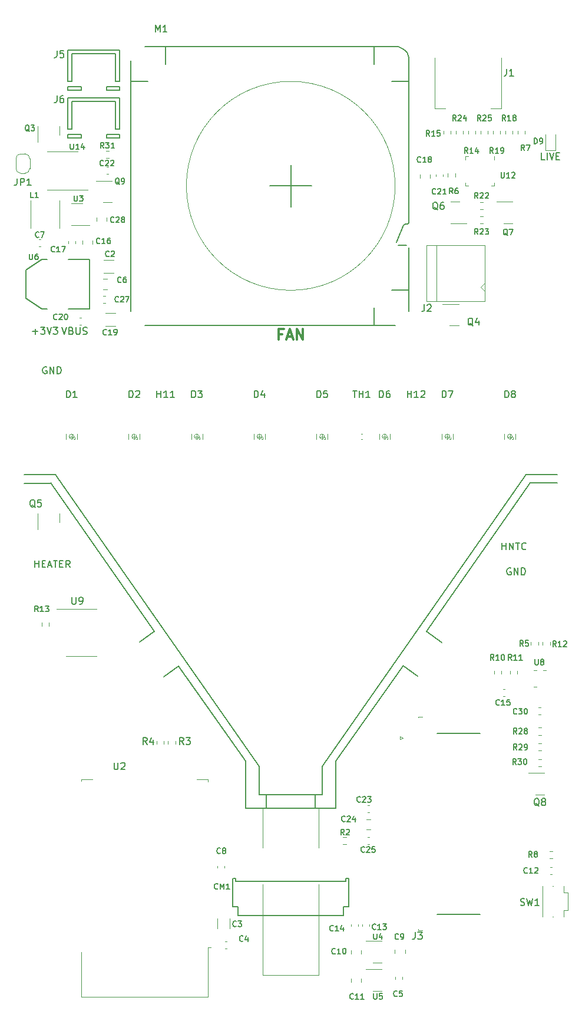
<source format=gbr>
G04 #@! TF.GenerationSoftware,KiCad,Pcbnew,6.0.9-8da3e8f707~117~ubuntu22.04.1*
G04 #@! TF.CreationDate,2023-01-10T09:45:36+01:00*
G04 #@! TF.ProjectId,qCamPCR,7143616d-5043-4522-9e6b-696361645f70,rev?*
G04 #@! TF.SameCoordinates,Original*
G04 #@! TF.FileFunction,Legend,Top*
G04 #@! TF.FilePolarity,Positive*
%FSLAX46Y46*%
G04 Gerber Fmt 4.6, Leading zero omitted, Abs format (unit mm)*
G04 Created by KiCad (PCBNEW 6.0.9-8da3e8f707~117~ubuntu22.04.1) date 2023-01-10 09:45:36*
%MOMM*%
%LPD*%
G01*
G04 APERTURE LIST*
%ADD10C,0.150000*%
%ADD11C,0.150001*%
%ADD12C,0.100000*%
%ADD13C,0.300000*%
%ADD14C,0.120000*%
%ADD15C,0.050000*%
G04 APERTURE END LIST*
D10*
X121000000Y-156295501D02*
X127203655Y-156295501D01*
D11*
X65531004Y-94399227D02*
X61694028Y-94399227D01*
X93499077Y-141107068D02*
X93499077Y-134341770D01*
X104500748Y-139106538D02*
X104500748Y-135105834D01*
D12*
X96000000Y-146736000D02*
X96000000Y-141148000D01*
X96000000Y-165000000D02*
X104000000Y-165000000D01*
D11*
X80426570Y-115715503D02*
X65501593Y-94368916D01*
D10*
X100000000Y-48692091D02*
X100000000Y-54692091D01*
D11*
X95499252Y-135105834D02*
X95499252Y-139106893D01*
X133844561Y-93198909D02*
X138306326Y-93198909D01*
D12*
X96000000Y-152020000D02*
X96000000Y-165020000D01*
D11*
X93499077Y-134341770D02*
X83900187Y-120633378D01*
X103500660Y-139106538D02*
X103500660Y-141106713D01*
X61693674Y-93198909D02*
X66155793Y-93198909D01*
X95499252Y-139106538D02*
X104501102Y-139106538D01*
X138291803Y-94369115D02*
X134445606Y-94369104D01*
X134445748Y-94368998D02*
X119520771Y-115715584D01*
X106501277Y-134341770D02*
X106501277Y-141107068D01*
X106501277Y-141107068D02*
X93499077Y-141107068D01*
X78274273Y-117232705D02*
X80426570Y-115715503D01*
X96499694Y-139106538D02*
X96499694Y-141106713D01*
D10*
X97000000Y-51692091D02*
X103000000Y-51692091D01*
D11*
X116099919Y-120633272D02*
X106501029Y-134341664D01*
D12*
X104000000Y-141148000D02*
X104000000Y-146736000D01*
X104000000Y-152000000D02*
X104000000Y-165000000D01*
D11*
X66155793Y-93198909D02*
X95499394Y-135105834D01*
X104500748Y-135105834D02*
X133844561Y-93198909D01*
X119542106Y-115717533D02*
X121724398Y-117245665D01*
X118250710Y-122137301D02*
X116098403Y-120620099D01*
X93499077Y-134341770D02*
X85154513Y-122424746D01*
D10*
X121000000Y-130295501D02*
X127203655Y-130295501D01*
D11*
X83900435Y-120633272D02*
X81718143Y-122161403D01*
D10*
X63221984Y-106484880D02*
X63221984Y-105484880D01*
X63221984Y-105961071D02*
X63793412Y-105961071D01*
X63793412Y-106484880D02*
X63793412Y-105484880D01*
X64269603Y-105961071D02*
X64602936Y-105961071D01*
X64745793Y-106484880D02*
X64269603Y-106484880D01*
X64269603Y-105484880D01*
X64745793Y-105484880D01*
X65126745Y-106199166D02*
X65602936Y-106199166D01*
X65031507Y-106484880D02*
X65364841Y-105484880D01*
X65698174Y-106484880D01*
X65888650Y-105484880D02*
X66460079Y-105484880D01*
X66174364Y-106484880D02*
X66174364Y-105484880D01*
X66793412Y-105961071D02*
X67126745Y-105961071D01*
X67269603Y-106484880D02*
X66793412Y-106484880D01*
X66793412Y-105484880D01*
X67269603Y-105484880D01*
X68269603Y-106484880D02*
X67936269Y-106008690D01*
X67698174Y-106484880D02*
X67698174Y-105484880D01*
X68079126Y-105484880D01*
X68174364Y-105532500D01*
X68221984Y-105580119D01*
X68269603Y-105675357D01*
X68269603Y-105818214D01*
X68221984Y-105913452D01*
X68174364Y-105961071D01*
X68079126Y-106008690D01*
X67698174Y-106008690D01*
X131623095Y-106612000D02*
X131527857Y-106564380D01*
X131385000Y-106564380D01*
X131242142Y-106612000D01*
X131146904Y-106707238D01*
X131099285Y-106802476D01*
X131051666Y-106992952D01*
X131051666Y-107135809D01*
X131099285Y-107326285D01*
X131146904Y-107421523D01*
X131242142Y-107516761D01*
X131385000Y-107564380D01*
X131480238Y-107564380D01*
X131623095Y-107516761D01*
X131670714Y-107469142D01*
X131670714Y-107135809D01*
X131480238Y-107135809D01*
X132099285Y-107564380D02*
X132099285Y-106564380D01*
X132670714Y-107564380D01*
X132670714Y-106564380D01*
X133146904Y-107564380D02*
X133146904Y-106564380D01*
X133385000Y-106564380D01*
X133527857Y-106612000D01*
X133623095Y-106707238D01*
X133670714Y-106802476D01*
X133718333Y-106992952D01*
X133718333Y-107135809D01*
X133670714Y-107326285D01*
X133623095Y-107421523D01*
X133527857Y-107516761D01*
X133385000Y-107564380D01*
X133146904Y-107564380D01*
X130377023Y-103944880D02*
X130377023Y-102944880D01*
X130377023Y-103421071D02*
X130948452Y-103421071D01*
X130948452Y-103944880D02*
X130948452Y-102944880D01*
X131424642Y-103944880D02*
X131424642Y-102944880D01*
X131996071Y-103944880D01*
X131996071Y-102944880D01*
X132329404Y-102944880D02*
X132900833Y-102944880D01*
X132615119Y-103944880D02*
X132615119Y-102944880D01*
X133805595Y-103849642D02*
X133757976Y-103897261D01*
X133615119Y-103944880D01*
X133519880Y-103944880D01*
X133377023Y-103897261D01*
X133281785Y-103802023D01*
X133234166Y-103706785D01*
X133186547Y-103516309D01*
X133186547Y-103373452D01*
X133234166Y-103182976D01*
X133281785Y-103087738D01*
X133377023Y-102992500D01*
X133519880Y-102944880D01*
X133615119Y-102944880D01*
X133757976Y-102992500D01*
X133805595Y-103040119D01*
D13*
X98785714Y-72968857D02*
X98285714Y-72968857D01*
X98285714Y-73754571D02*
X98285714Y-72254571D01*
X99000000Y-72254571D01*
X99500000Y-73326000D02*
X100214285Y-73326000D01*
X99357142Y-73754571D02*
X99857142Y-72254571D01*
X100357142Y-73754571D01*
X100857142Y-73754571D02*
X100857142Y-72254571D01*
X101714285Y-73754571D01*
X101714285Y-72254571D01*
D10*
X62900079Y-72599661D02*
X63661984Y-72599661D01*
X63281031Y-72980613D02*
X63281031Y-72218709D01*
X64042936Y-71980613D02*
X64661984Y-71980613D01*
X64328650Y-72361566D01*
X64471507Y-72361566D01*
X64566745Y-72409185D01*
X64614364Y-72456804D01*
X64661984Y-72552042D01*
X64661984Y-72790137D01*
X64614364Y-72885375D01*
X64566745Y-72932994D01*
X64471507Y-72980613D01*
X64185793Y-72980613D01*
X64090555Y-72932994D01*
X64042936Y-72885375D01*
X64947698Y-71980613D02*
X65281031Y-72980613D01*
X65614364Y-71980613D01*
X65852460Y-71980613D02*
X66471507Y-71980613D01*
X66138174Y-72361566D01*
X66281031Y-72361566D01*
X66376269Y-72409185D01*
X66423888Y-72456804D01*
X66471507Y-72552042D01*
X66471507Y-72790137D01*
X66423888Y-72885375D01*
X66376269Y-72932994D01*
X66281031Y-72980613D01*
X65995317Y-72980613D01*
X65900079Y-72932994D01*
X65852460Y-72885375D01*
X64900079Y-77728233D02*
X64804841Y-77680613D01*
X64661984Y-77680613D01*
X64519126Y-77728233D01*
X64423888Y-77823471D01*
X64376269Y-77918709D01*
X64328650Y-78109185D01*
X64328650Y-78252042D01*
X64376269Y-78442518D01*
X64423888Y-78537756D01*
X64519126Y-78632994D01*
X64661984Y-78680613D01*
X64757222Y-78680613D01*
X64900079Y-78632994D01*
X64947698Y-78585375D01*
X64947698Y-78252042D01*
X64757222Y-78252042D01*
X65376269Y-78680613D02*
X65376269Y-77680613D01*
X65947698Y-78680613D01*
X65947698Y-77680613D01*
X66423888Y-78680613D02*
X66423888Y-77680613D01*
X66661984Y-77680613D01*
X66804841Y-77728233D01*
X66900079Y-77823471D01*
X66947698Y-77918709D01*
X66995317Y-78109185D01*
X66995317Y-78252042D01*
X66947698Y-78442518D01*
X66900079Y-78537756D01*
X66804841Y-78632994D01*
X66661984Y-78680613D01*
X66423888Y-78680613D01*
X136502460Y-47930613D02*
X136026269Y-47930613D01*
X136026269Y-46930613D01*
X136835793Y-47930613D02*
X136835793Y-46930613D01*
X137169126Y-46930613D02*
X137502460Y-47930613D01*
X137835793Y-46930613D01*
X138169126Y-47406804D02*
X138502460Y-47406804D01*
X138645317Y-47930613D02*
X138169126Y-47930613D01*
X138169126Y-46930613D01*
X138645317Y-46930613D01*
X67128650Y-72030613D02*
X67461984Y-73030613D01*
X67795317Y-72030613D01*
X68461984Y-72506804D02*
X68604841Y-72554423D01*
X68652460Y-72602042D01*
X68700079Y-72697280D01*
X68700079Y-72840137D01*
X68652460Y-72935375D01*
X68604841Y-72982994D01*
X68509603Y-73030613D01*
X68128650Y-73030613D01*
X68128650Y-72030613D01*
X68461984Y-72030613D01*
X68557222Y-72078233D01*
X68604841Y-72125852D01*
X68652460Y-72221090D01*
X68652460Y-72316328D01*
X68604841Y-72411566D01*
X68557222Y-72459185D01*
X68461984Y-72506804D01*
X68128650Y-72506804D01*
X69128650Y-72030613D02*
X69128650Y-72840137D01*
X69176269Y-72935375D01*
X69223888Y-72982994D01*
X69319126Y-73030613D01*
X69509603Y-73030613D01*
X69604841Y-72982994D01*
X69652460Y-72935375D01*
X69700079Y-72840137D01*
X69700079Y-72030613D01*
X70128650Y-72982994D02*
X70271507Y-73030613D01*
X70509603Y-73030613D01*
X70604841Y-72982994D01*
X70652460Y-72935375D01*
X70700079Y-72840137D01*
X70700079Y-72744899D01*
X70652460Y-72649661D01*
X70604841Y-72602042D01*
X70509603Y-72554423D01*
X70319126Y-72506804D01*
X70223888Y-72459185D01*
X70176269Y-72411566D01*
X70128650Y-72316328D01*
X70128650Y-72221090D01*
X70176269Y-72125852D01*
X70223888Y-72078233D01*
X70319126Y-72030613D01*
X70557222Y-72030613D01*
X70700079Y-72078233D01*
X89521507Y-152613947D02*
X89483412Y-152652042D01*
X89369126Y-152690137D01*
X89292936Y-152690137D01*
X89178650Y-152652042D01*
X89102460Y-152575852D01*
X89064364Y-152499661D01*
X89026269Y-152347280D01*
X89026269Y-152232994D01*
X89064364Y-152080613D01*
X89102460Y-152004423D01*
X89178650Y-151928233D01*
X89292936Y-151890137D01*
X89369126Y-151890137D01*
X89483412Y-151928233D01*
X89521507Y-151966328D01*
X89864364Y-152690137D02*
X89864364Y-151890137D01*
X90131031Y-152461566D01*
X90397698Y-151890137D01*
X90397698Y-152690137D01*
X91197698Y-152690137D02*
X90740555Y-152690137D01*
X90969126Y-152690137D02*
X90969126Y-151890137D01*
X90892936Y-152004423D01*
X90816745Y-152080613D01*
X90740555Y-152118709D01*
X131028650Y-34880613D02*
X131028650Y-35594899D01*
X130981031Y-35737756D01*
X130885793Y-35832994D01*
X130742936Y-35880613D01*
X130647698Y-35880613D01*
X132028650Y-35880613D02*
X131457222Y-35880613D01*
X131742936Y-35880613D02*
X131742936Y-34880613D01*
X131647698Y-35023471D01*
X131552460Y-35118709D01*
X131457222Y-35166328D01*
X117878650Y-158880613D02*
X117878650Y-159594899D01*
X117831031Y-159737756D01*
X117735793Y-159832994D01*
X117592936Y-159880613D01*
X117497698Y-159880613D01*
X118259603Y-158880613D02*
X118878650Y-158880613D01*
X118545317Y-159261566D01*
X118688174Y-159261566D01*
X118783412Y-159309185D01*
X118831031Y-159356804D01*
X118878650Y-159452042D01*
X118878650Y-159690137D01*
X118831031Y-159785375D01*
X118783412Y-159832994D01*
X118688174Y-159880613D01*
X118402460Y-159880613D01*
X118307222Y-159832994D01*
X118259603Y-159785375D01*
X111902460Y-167690137D02*
X111902460Y-168337756D01*
X111940555Y-168413947D01*
X111978650Y-168452042D01*
X112054841Y-168490137D01*
X112207222Y-168490137D01*
X112283412Y-168452042D01*
X112321507Y-168413947D01*
X112359603Y-168337756D01*
X112359603Y-167690137D01*
X113121507Y-167690137D02*
X112740555Y-167690137D01*
X112702460Y-168071090D01*
X112740555Y-168032994D01*
X112816745Y-167994899D01*
X113007222Y-167994899D01*
X113083412Y-168032994D01*
X113121507Y-168071090D01*
X113159603Y-168147280D01*
X113159603Y-168337756D01*
X113121507Y-168413947D01*
X113083412Y-168452042D01*
X113007222Y-168490137D01*
X112816745Y-168490137D01*
X112740555Y-168452042D01*
X112702460Y-168413947D01*
X67761904Y-82100880D02*
X67761904Y-81100880D01*
X68000000Y-81100880D01*
X68142857Y-81148500D01*
X68238095Y-81243738D01*
X68285714Y-81338976D01*
X68333333Y-81529452D01*
X68333333Y-81672309D01*
X68285714Y-81862785D01*
X68238095Y-81958023D01*
X68142857Y-82053261D01*
X68000000Y-82100880D01*
X67761904Y-82100880D01*
X69285714Y-82100880D02*
X68714285Y-82100880D01*
X69000000Y-82100880D02*
X69000000Y-81100880D01*
X68904761Y-81243738D01*
X68809523Y-81338976D01*
X68714285Y-81386595D01*
X76761904Y-82100880D02*
X76761904Y-81100880D01*
X77000000Y-81100880D01*
X77142857Y-81148500D01*
X77238095Y-81243738D01*
X77285714Y-81338976D01*
X77333333Y-81529452D01*
X77333333Y-81672309D01*
X77285714Y-81862785D01*
X77238095Y-81958023D01*
X77142857Y-82053261D01*
X77000000Y-82100880D01*
X76761904Y-82100880D01*
X77714285Y-81196119D02*
X77761904Y-81148500D01*
X77857142Y-81100880D01*
X78095238Y-81100880D01*
X78190476Y-81148500D01*
X78238095Y-81196119D01*
X78285714Y-81291357D01*
X78285714Y-81386595D01*
X78238095Y-81529452D01*
X77666666Y-82100880D01*
X78285714Y-82100880D01*
X85761904Y-82100880D02*
X85761904Y-81100880D01*
X86000000Y-81100880D01*
X86142857Y-81148500D01*
X86238095Y-81243738D01*
X86285714Y-81338976D01*
X86333333Y-81529452D01*
X86333333Y-81672309D01*
X86285714Y-81862785D01*
X86238095Y-81958023D01*
X86142857Y-82053261D01*
X86000000Y-82100880D01*
X85761904Y-82100880D01*
X86666666Y-81100880D02*
X87285714Y-81100880D01*
X86952380Y-81481833D01*
X87095238Y-81481833D01*
X87190476Y-81529452D01*
X87238095Y-81577071D01*
X87285714Y-81672309D01*
X87285714Y-81910404D01*
X87238095Y-82005642D01*
X87190476Y-82053261D01*
X87095238Y-82100880D01*
X86809523Y-82100880D01*
X86714285Y-82053261D01*
X86666666Y-82005642D01*
X94761904Y-82100880D02*
X94761904Y-81100880D01*
X95000000Y-81100880D01*
X95142857Y-81148500D01*
X95238095Y-81243738D01*
X95285714Y-81338976D01*
X95333333Y-81529452D01*
X95333333Y-81672309D01*
X95285714Y-81862785D01*
X95238095Y-81958023D01*
X95142857Y-82053261D01*
X95000000Y-82100880D01*
X94761904Y-82100880D01*
X96190476Y-81434214D02*
X96190476Y-82100880D01*
X95952380Y-81053261D02*
X95714285Y-81767547D01*
X96333333Y-81767547D01*
X103761904Y-82100880D02*
X103761904Y-81100880D01*
X104000000Y-81100880D01*
X104142857Y-81148500D01*
X104238095Y-81243738D01*
X104285714Y-81338976D01*
X104333333Y-81529452D01*
X104333333Y-81672309D01*
X104285714Y-81862785D01*
X104238095Y-81958023D01*
X104142857Y-82053261D01*
X104000000Y-82100880D01*
X103761904Y-82100880D01*
X105238095Y-81100880D02*
X104761904Y-81100880D01*
X104714285Y-81577071D01*
X104761904Y-81529452D01*
X104857142Y-81481833D01*
X105095238Y-81481833D01*
X105190476Y-81529452D01*
X105238095Y-81577071D01*
X105285714Y-81672309D01*
X105285714Y-81910404D01*
X105238095Y-82005642D01*
X105190476Y-82053261D01*
X105095238Y-82100880D01*
X104857142Y-82100880D01*
X104761904Y-82053261D01*
X104714285Y-82005642D01*
X121761904Y-82100880D02*
X121761904Y-81100880D01*
X122000000Y-81100880D01*
X122142857Y-81148500D01*
X122238095Y-81243738D01*
X122285714Y-81338976D01*
X122333333Y-81529452D01*
X122333333Y-81672309D01*
X122285714Y-81862785D01*
X122238095Y-81958023D01*
X122142857Y-82053261D01*
X122000000Y-82100880D01*
X121761904Y-82100880D01*
X122666666Y-81100880D02*
X123333333Y-81100880D01*
X122904761Y-82100880D01*
X112761904Y-82100880D02*
X112761904Y-81100880D01*
X113000000Y-81100880D01*
X113142857Y-81148500D01*
X113238095Y-81243738D01*
X113285714Y-81338976D01*
X113333333Y-81529452D01*
X113333333Y-81672309D01*
X113285714Y-81862785D01*
X113238095Y-81958023D01*
X113142857Y-82053261D01*
X113000000Y-82100880D01*
X112761904Y-82100880D01*
X114190476Y-81100880D02*
X114000000Y-81100880D01*
X113904761Y-81148500D01*
X113857142Y-81196119D01*
X113761904Y-81338976D01*
X113714285Y-81529452D01*
X113714285Y-81910404D01*
X113761904Y-82005642D01*
X113809523Y-82053261D01*
X113904761Y-82100880D01*
X114095238Y-82100880D01*
X114190476Y-82053261D01*
X114238095Y-82005642D01*
X114285714Y-81910404D01*
X114285714Y-81672309D01*
X114238095Y-81577071D01*
X114190476Y-81529452D01*
X114095238Y-81481833D01*
X113904761Y-81481833D01*
X113809523Y-81529452D01*
X113761904Y-81577071D01*
X113714285Y-81672309D01*
X107678650Y-144890137D02*
X107411984Y-144509185D01*
X107221507Y-144890137D02*
X107221507Y-144090137D01*
X107526269Y-144090137D01*
X107602460Y-144128233D01*
X107640555Y-144166328D01*
X107678650Y-144242518D01*
X107678650Y-144356804D01*
X107640555Y-144432994D01*
X107602460Y-144471090D01*
X107526269Y-144509185D01*
X107221507Y-144509185D01*
X107983412Y-144166328D02*
X108021507Y-144128233D01*
X108097698Y-144090137D01*
X108288174Y-144090137D01*
X108364364Y-144128233D01*
X108402460Y-144166328D01*
X108440555Y-144242518D01*
X108440555Y-144318709D01*
X108402460Y-144432994D01*
X107945317Y-144890137D01*
X108440555Y-144890137D01*
X84595317Y-131930613D02*
X84261984Y-131454423D01*
X84023888Y-131930613D02*
X84023888Y-130930613D01*
X84404841Y-130930613D01*
X84500079Y-130978233D01*
X84547698Y-131025852D01*
X84595317Y-131121090D01*
X84595317Y-131263947D01*
X84547698Y-131359185D01*
X84500079Y-131406804D01*
X84404841Y-131454423D01*
X84023888Y-131454423D01*
X84928650Y-130930613D02*
X85547698Y-130930613D01*
X85214364Y-131311566D01*
X85357222Y-131311566D01*
X85452460Y-131359185D01*
X85500079Y-131406804D01*
X85547698Y-131502042D01*
X85547698Y-131740137D01*
X85500079Y-131835375D01*
X85452460Y-131882994D01*
X85357222Y-131930613D01*
X85071507Y-131930613D01*
X84976269Y-131882994D01*
X84928650Y-131835375D01*
X133578650Y-46590137D02*
X133311984Y-46209185D01*
X133121507Y-46590137D02*
X133121507Y-45790137D01*
X133426269Y-45790137D01*
X133502460Y-45828233D01*
X133540555Y-45866328D01*
X133578650Y-45942518D01*
X133578650Y-46056804D01*
X133540555Y-46132994D01*
X133502460Y-46171090D01*
X133426269Y-46209185D01*
X133121507Y-46209185D01*
X133845317Y-45790137D02*
X134378650Y-45790137D01*
X134035793Y-46590137D01*
X132497698Y-130390137D02*
X132231031Y-130009185D01*
X132040555Y-130390137D02*
X132040555Y-129590137D01*
X132345317Y-129590137D01*
X132421507Y-129628233D01*
X132459603Y-129666328D01*
X132497698Y-129742518D01*
X132497698Y-129856804D01*
X132459603Y-129932994D01*
X132421507Y-129971090D01*
X132345317Y-130009185D01*
X132040555Y-130009185D01*
X132802460Y-129666328D02*
X132840555Y-129628233D01*
X132916745Y-129590137D01*
X133107222Y-129590137D01*
X133183412Y-129628233D01*
X133221507Y-129666328D01*
X133259603Y-129742518D01*
X133259603Y-129818709D01*
X133221507Y-129932994D01*
X132764364Y-130390137D01*
X133259603Y-130390137D01*
X133716745Y-129932994D02*
X133640555Y-129894899D01*
X133602460Y-129856804D01*
X133564364Y-129780613D01*
X133564364Y-129742518D01*
X133602460Y-129666328D01*
X133640555Y-129628233D01*
X133716745Y-129590137D01*
X133869126Y-129590137D01*
X133945317Y-129628233D01*
X133983412Y-129666328D01*
X134021507Y-129742518D01*
X134021507Y-129780613D01*
X133983412Y-129856804D01*
X133945317Y-129894899D01*
X133869126Y-129932994D01*
X133716745Y-129932994D01*
X133640555Y-129971090D01*
X133602460Y-130009185D01*
X133564364Y-130085375D01*
X133564364Y-130237756D01*
X133602460Y-130313947D01*
X133640555Y-130352042D01*
X133716745Y-130390137D01*
X133869126Y-130390137D01*
X133945317Y-130352042D01*
X133983412Y-130313947D01*
X134021507Y-130237756D01*
X134021507Y-130085375D01*
X133983412Y-130009185D01*
X133945317Y-129971090D01*
X133869126Y-129932994D01*
X132497698Y-132690137D02*
X132231031Y-132309185D01*
X132040555Y-132690137D02*
X132040555Y-131890137D01*
X132345317Y-131890137D01*
X132421507Y-131928233D01*
X132459603Y-131966328D01*
X132497698Y-132042518D01*
X132497698Y-132156804D01*
X132459603Y-132232994D01*
X132421507Y-132271090D01*
X132345317Y-132309185D01*
X132040555Y-132309185D01*
X132802460Y-131966328D02*
X132840555Y-131928233D01*
X132916745Y-131890137D01*
X133107222Y-131890137D01*
X133183412Y-131928233D01*
X133221507Y-131966328D01*
X133259603Y-132042518D01*
X133259603Y-132118709D01*
X133221507Y-132232994D01*
X132764364Y-132690137D01*
X133259603Y-132690137D01*
X133640555Y-132690137D02*
X133792936Y-132690137D01*
X133869126Y-132652042D01*
X133907222Y-132613947D01*
X133983412Y-132499661D01*
X134021507Y-132347280D01*
X134021507Y-132042518D01*
X133983412Y-131966328D01*
X133945317Y-131928233D01*
X133869126Y-131890137D01*
X133716745Y-131890137D01*
X133640555Y-131928233D01*
X133602460Y-131966328D01*
X133564364Y-132042518D01*
X133564364Y-132232994D01*
X133602460Y-132309185D01*
X133640555Y-132347280D01*
X133716745Y-132385375D01*
X133869126Y-132385375D01*
X133945317Y-132347280D01*
X133983412Y-132309185D01*
X134021507Y-132232994D01*
X132397698Y-134790137D02*
X132131031Y-134409185D01*
X131940555Y-134790137D02*
X131940555Y-133990137D01*
X132245317Y-133990137D01*
X132321507Y-134028233D01*
X132359603Y-134066328D01*
X132397698Y-134142518D01*
X132397698Y-134256804D01*
X132359603Y-134332994D01*
X132321507Y-134371090D01*
X132245317Y-134409185D01*
X131940555Y-134409185D01*
X132664364Y-133990137D02*
X133159603Y-133990137D01*
X132892936Y-134294899D01*
X133007222Y-134294899D01*
X133083412Y-134332994D01*
X133121507Y-134371090D01*
X133159603Y-134447280D01*
X133159603Y-134637756D01*
X133121507Y-134713947D01*
X133083412Y-134752042D01*
X133007222Y-134790137D01*
X132778650Y-134790137D01*
X132702460Y-134752042D01*
X132664364Y-134713947D01*
X133654841Y-133990137D02*
X133731031Y-133990137D01*
X133807222Y-134028233D01*
X133845317Y-134066328D01*
X133883412Y-134142518D01*
X133921507Y-134294899D01*
X133921507Y-134485375D01*
X133883412Y-134637756D01*
X133845317Y-134713947D01*
X133807222Y-134752042D01*
X133731031Y-134790137D01*
X133654841Y-134790137D01*
X133578650Y-134752042D01*
X133540555Y-134713947D01*
X133502460Y-134637756D01*
X133464364Y-134485375D01*
X133464364Y-134294899D01*
X133502460Y-134142518D01*
X133540555Y-134066328D01*
X133578650Y-134028233D01*
X133654841Y-133990137D01*
X123742714Y-42322904D02*
X123476047Y-41941952D01*
X123285571Y-42322904D02*
X123285571Y-41522904D01*
X123590333Y-41522904D01*
X123666523Y-41561000D01*
X123704619Y-41599095D01*
X123742714Y-41675285D01*
X123742714Y-41789571D01*
X123704619Y-41865761D01*
X123666523Y-41903857D01*
X123590333Y-41941952D01*
X123285571Y-41941952D01*
X124047476Y-41599095D02*
X124085571Y-41561000D01*
X124161761Y-41522904D01*
X124352238Y-41522904D01*
X124428428Y-41561000D01*
X124466523Y-41599095D01*
X124504619Y-41675285D01*
X124504619Y-41751476D01*
X124466523Y-41865761D01*
X124009380Y-42322904D01*
X124504619Y-42322904D01*
X125190333Y-41789571D02*
X125190333Y-42322904D01*
X124999857Y-41484809D02*
X124809380Y-42056238D01*
X125304619Y-42056238D01*
X130854714Y-42322904D02*
X130588047Y-41941952D01*
X130397571Y-42322904D02*
X130397571Y-41522904D01*
X130702333Y-41522904D01*
X130778523Y-41561000D01*
X130816619Y-41599095D01*
X130854714Y-41675285D01*
X130854714Y-41789571D01*
X130816619Y-41865761D01*
X130778523Y-41903857D01*
X130702333Y-41941952D01*
X130397571Y-41941952D01*
X131616619Y-42322904D02*
X131159476Y-42322904D01*
X131388047Y-42322904D02*
X131388047Y-41522904D01*
X131311857Y-41637190D01*
X131235666Y-41713380D01*
X131159476Y-41751476D01*
X132073761Y-41865761D02*
X131997571Y-41827666D01*
X131959476Y-41789571D01*
X131921380Y-41713380D01*
X131921380Y-41675285D01*
X131959476Y-41599095D01*
X131997571Y-41561000D01*
X132073761Y-41522904D01*
X132226142Y-41522904D01*
X132302333Y-41561000D01*
X132340428Y-41599095D01*
X132378523Y-41675285D01*
X132378523Y-41713380D01*
X132340428Y-41789571D01*
X132302333Y-41827666D01*
X132226142Y-41865761D01*
X132073761Y-41865761D01*
X131997571Y-41903857D01*
X131959476Y-41941952D01*
X131921380Y-42018142D01*
X131921380Y-42170523D01*
X131959476Y-42246714D01*
X131997571Y-42284809D01*
X132073761Y-42322904D01*
X132226142Y-42322904D01*
X132302333Y-42284809D01*
X132340428Y-42246714D01*
X132378523Y-42170523D01*
X132378523Y-42018142D01*
X132340428Y-41941952D01*
X132302333Y-41903857D01*
X132226142Y-41865761D01*
X73135964Y-46259904D02*
X72869297Y-45878952D01*
X72678821Y-46259904D02*
X72678821Y-45459904D01*
X72983583Y-45459904D01*
X73059773Y-45498000D01*
X73097869Y-45536095D01*
X73135964Y-45612285D01*
X73135964Y-45726571D01*
X73097869Y-45802761D01*
X73059773Y-45840857D01*
X72983583Y-45878952D01*
X72678821Y-45878952D01*
X73402630Y-45459904D02*
X73897869Y-45459904D01*
X73631202Y-45764666D01*
X73745488Y-45764666D01*
X73821678Y-45802761D01*
X73859773Y-45840857D01*
X73897869Y-45917047D01*
X73897869Y-46107523D01*
X73859773Y-46183714D01*
X73821678Y-46221809D01*
X73745488Y-46259904D01*
X73516916Y-46259904D01*
X73440726Y-46221809D01*
X73402630Y-46183714D01*
X74659773Y-46259904D02*
X74202630Y-46259904D01*
X74431202Y-46259904D02*
X74431202Y-45459904D01*
X74355011Y-45574190D01*
X74278821Y-45650380D01*
X74202630Y-45688476D01*
X129097698Y-46990137D02*
X128831031Y-46609185D01*
X128640555Y-46990137D02*
X128640555Y-46190137D01*
X128945317Y-46190137D01*
X129021507Y-46228233D01*
X129059603Y-46266328D01*
X129097698Y-46342518D01*
X129097698Y-46456804D01*
X129059603Y-46532994D01*
X129021507Y-46571090D01*
X128945317Y-46609185D01*
X128640555Y-46609185D01*
X129859603Y-46990137D02*
X129402460Y-46990137D01*
X129631031Y-46990137D02*
X129631031Y-46190137D01*
X129554841Y-46304423D01*
X129478650Y-46380613D01*
X129402460Y-46418709D01*
X130240555Y-46990137D02*
X130392936Y-46990137D01*
X130469126Y-46952042D01*
X130507222Y-46913947D01*
X130583412Y-46799661D01*
X130621507Y-46647280D01*
X130621507Y-46342518D01*
X130583412Y-46266328D01*
X130545317Y-46228233D01*
X130469126Y-46190137D01*
X130316745Y-46190137D01*
X130240555Y-46228233D01*
X130202460Y-46266328D01*
X130164364Y-46342518D01*
X130164364Y-46532994D01*
X130202460Y-46609185D01*
X130240555Y-46647280D01*
X130316745Y-46685375D01*
X130469126Y-46685375D01*
X130545317Y-46647280D01*
X130583412Y-46609185D01*
X130621507Y-46532994D01*
X111902460Y-159090137D02*
X111902460Y-159737756D01*
X111940555Y-159813947D01*
X111978650Y-159852042D01*
X112054841Y-159890137D01*
X112207222Y-159890137D01*
X112283412Y-159852042D01*
X112321507Y-159813947D01*
X112359603Y-159737756D01*
X112359603Y-159090137D01*
X113083412Y-159356804D02*
X113083412Y-159890137D01*
X112892936Y-159052042D02*
X112702460Y-159623471D01*
X113197698Y-159623471D01*
X129197698Y-119790137D02*
X128931031Y-119409185D01*
X128740555Y-119790137D02*
X128740555Y-118990137D01*
X129045317Y-118990137D01*
X129121507Y-119028233D01*
X129159603Y-119066328D01*
X129197698Y-119142518D01*
X129197698Y-119256804D01*
X129159603Y-119332994D01*
X129121507Y-119371090D01*
X129045317Y-119409185D01*
X128740555Y-119409185D01*
X129959603Y-119790137D02*
X129502460Y-119790137D01*
X129731031Y-119790137D02*
X129731031Y-118990137D01*
X129654841Y-119104423D01*
X129578650Y-119180613D01*
X129502460Y-119218709D01*
X130454841Y-118990137D02*
X130531031Y-118990137D01*
X130607222Y-119028233D01*
X130645317Y-119066328D01*
X130683412Y-119142518D01*
X130721507Y-119294899D01*
X130721507Y-119485375D01*
X130683412Y-119637756D01*
X130645317Y-119713947D01*
X130607222Y-119752042D01*
X130531031Y-119790137D01*
X130454841Y-119790137D01*
X130378650Y-119752042D01*
X130340555Y-119713947D01*
X130302460Y-119637756D01*
X130264364Y-119485375D01*
X130264364Y-119294899D01*
X130302460Y-119142518D01*
X130340555Y-119066328D01*
X130378650Y-119028233D01*
X130454841Y-118990137D01*
X131747698Y-119790137D02*
X131481031Y-119409185D01*
X131290555Y-119790137D02*
X131290555Y-118990137D01*
X131595317Y-118990137D01*
X131671507Y-119028233D01*
X131709603Y-119066328D01*
X131747698Y-119142518D01*
X131747698Y-119256804D01*
X131709603Y-119332994D01*
X131671507Y-119371090D01*
X131595317Y-119409185D01*
X131290555Y-119409185D01*
X132509603Y-119790137D02*
X132052460Y-119790137D01*
X132281031Y-119790137D02*
X132281031Y-118990137D01*
X132204841Y-119104423D01*
X132128650Y-119180613D01*
X132052460Y-119218709D01*
X133271507Y-119790137D02*
X132814364Y-119790137D01*
X133042936Y-119790137D02*
X133042936Y-118990137D01*
X132966745Y-119104423D01*
X132890555Y-119180613D01*
X132814364Y-119218709D01*
X73878650Y-61763947D02*
X73840555Y-61802042D01*
X73726269Y-61840137D01*
X73650079Y-61840137D01*
X73535793Y-61802042D01*
X73459603Y-61725852D01*
X73421507Y-61649661D01*
X73383412Y-61497280D01*
X73383412Y-61382994D01*
X73421507Y-61230613D01*
X73459603Y-61154423D01*
X73535793Y-61078233D01*
X73650079Y-61040137D01*
X73726269Y-61040137D01*
X73840555Y-61078233D01*
X73878650Y-61116328D01*
X74183412Y-61116328D02*
X74221507Y-61078233D01*
X74297698Y-61040137D01*
X74488174Y-61040137D01*
X74564364Y-61078233D01*
X74602460Y-61116328D01*
X74640555Y-61192518D01*
X74640555Y-61268709D01*
X74602460Y-61382994D01*
X74145317Y-61840137D01*
X74640555Y-61840137D01*
X93128650Y-160113947D02*
X93090555Y-160152042D01*
X92976269Y-160190137D01*
X92900079Y-160190137D01*
X92785793Y-160152042D01*
X92709603Y-160075852D01*
X92671507Y-159999661D01*
X92633412Y-159847280D01*
X92633412Y-159732994D01*
X92671507Y-159580613D01*
X92709603Y-159504423D01*
X92785793Y-159428233D01*
X92900079Y-159390137D01*
X92976269Y-159390137D01*
X93090555Y-159428233D01*
X93128650Y-159466328D01*
X93814364Y-159656804D02*
X93814364Y-160190137D01*
X93623888Y-159352042D02*
X93433412Y-159923471D01*
X93928650Y-159923471D01*
X115278650Y-168013947D02*
X115240555Y-168052042D01*
X115126269Y-168090137D01*
X115050079Y-168090137D01*
X114935793Y-168052042D01*
X114859603Y-167975852D01*
X114821507Y-167899661D01*
X114783412Y-167747280D01*
X114783412Y-167632994D01*
X114821507Y-167480613D01*
X114859603Y-167404423D01*
X114935793Y-167328233D01*
X115050079Y-167290137D01*
X115126269Y-167290137D01*
X115240555Y-167328233D01*
X115278650Y-167366328D01*
X116002460Y-167290137D02*
X115621507Y-167290137D01*
X115583412Y-167671090D01*
X115621507Y-167632994D01*
X115697698Y-167594899D01*
X115888174Y-167594899D01*
X115964364Y-167632994D01*
X116002460Y-167671090D01*
X116040555Y-167747280D01*
X116040555Y-167937756D01*
X116002460Y-168013947D01*
X115964364Y-168052042D01*
X115888174Y-168090137D01*
X115697698Y-168090137D01*
X115621507Y-168052042D01*
X115583412Y-168013947D01*
X75609666Y-65487714D02*
X75571571Y-65525809D01*
X75457285Y-65563904D01*
X75381095Y-65563904D01*
X75266809Y-65525809D01*
X75190619Y-65449619D01*
X75152523Y-65373428D01*
X75114428Y-65221047D01*
X75114428Y-65106761D01*
X75152523Y-64954380D01*
X75190619Y-64878190D01*
X75266809Y-64802000D01*
X75381095Y-64763904D01*
X75457285Y-64763904D01*
X75571571Y-64802000D01*
X75609666Y-64840095D01*
X76295380Y-64763904D02*
X76143000Y-64763904D01*
X76066809Y-64802000D01*
X76028714Y-64840095D01*
X75952523Y-64954380D01*
X75914428Y-65106761D01*
X75914428Y-65411523D01*
X75952523Y-65487714D01*
X75990619Y-65525809D01*
X76066809Y-65563904D01*
X76219190Y-65563904D01*
X76295380Y-65525809D01*
X76333476Y-65487714D01*
X76371571Y-65411523D01*
X76371571Y-65221047D01*
X76333476Y-65144857D01*
X76295380Y-65106761D01*
X76219190Y-65068666D01*
X76066809Y-65068666D01*
X75990619Y-65106761D01*
X75952523Y-65144857D01*
X75914428Y-65221047D01*
X63798666Y-59010714D02*
X63760571Y-59048809D01*
X63646285Y-59086904D01*
X63570095Y-59086904D01*
X63455809Y-59048809D01*
X63379619Y-58972619D01*
X63341523Y-58896428D01*
X63303428Y-58744047D01*
X63303428Y-58629761D01*
X63341523Y-58477380D01*
X63379619Y-58401190D01*
X63455809Y-58325000D01*
X63570095Y-58286904D01*
X63646285Y-58286904D01*
X63760571Y-58325000D01*
X63798666Y-58363095D01*
X64065333Y-58286904D02*
X64598666Y-58286904D01*
X64255809Y-59086904D01*
X89878650Y-147513947D02*
X89840555Y-147552042D01*
X89726269Y-147590137D01*
X89650079Y-147590137D01*
X89535793Y-147552042D01*
X89459603Y-147475852D01*
X89421507Y-147399661D01*
X89383412Y-147247280D01*
X89383412Y-147132994D01*
X89421507Y-146980613D01*
X89459603Y-146904423D01*
X89535793Y-146828233D01*
X89650079Y-146790137D01*
X89726269Y-146790137D01*
X89840555Y-146828233D01*
X89878650Y-146866328D01*
X90335793Y-147132994D02*
X90259603Y-147094899D01*
X90221507Y-147056804D01*
X90183412Y-146980613D01*
X90183412Y-146942518D01*
X90221507Y-146866328D01*
X90259603Y-146828233D01*
X90335793Y-146790137D01*
X90488174Y-146790137D01*
X90564364Y-146828233D01*
X90602460Y-146866328D01*
X90640555Y-146942518D01*
X90640555Y-146980613D01*
X90602460Y-147056804D01*
X90564364Y-147094899D01*
X90488174Y-147132994D01*
X90335793Y-147132994D01*
X90259603Y-147171090D01*
X90221507Y-147209185D01*
X90183412Y-147285375D01*
X90183412Y-147437756D01*
X90221507Y-147513947D01*
X90259603Y-147552042D01*
X90335793Y-147590137D01*
X90488174Y-147590137D01*
X90564364Y-147552042D01*
X90602460Y-147513947D01*
X90640555Y-147437756D01*
X90640555Y-147285375D01*
X90602460Y-147209185D01*
X90564364Y-147171090D01*
X90488174Y-147132994D01*
X115478650Y-159813947D02*
X115440555Y-159852042D01*
X115326269Y-159890137D01*
X115250079Y-159890137D01*
X115135793Y-159852042D01*
X115059603Y-159775852D01*
X115021507Y-159699661D01*
X114983412Y-159547280D01*
X114983412Y-159432994D01*
X115021507Y-159280613D01*
X115059603Y-159204423D01*
X115135793Y-159128233D01*
X115250079Y-159090137D01*
X115326269Y-159090137D01*
X115440555Y-159128233D01*
X115478650Y-159166328D01*
X115859603Y-159890137D02*
X116011984Y-159890137D01*
X116088174Y-159852042D01*
X116126269Y-159813947D01*
X116202460Y-159699661D01*
X116240555Y-159547280D01*
X116240555Y-159242518D01*
X116202460Y-159166328D01*
X116164364Y-159128233D01*
X116088174Y-159090137D01*
X115935793Y-159090137D01*
X115859603Y-159128233D01*
X115821507Y-159166328D01*
X115783412Y-159242518D01*
X115783412Y-159432994D01*
X115821507Y-159509185D01*
X115859603Y-159547280D01*
X115935793Y-159585375D01*
X116088174Y-159585375D01*
X116164364Y-159547280D01*
X116202460Y-159509185D01*
X116240555Y-159432994D01*
X106397698Y-161913947D02*
X106359603Y-161952042D01*
X106245317Y-161990137D01*
X106169126Y-161990137D01*
X106054841Y-161952042D01*
X105978650Y-161875852D01*
X105940555Y-161799661D01*
X105902460Y-161647280D01*
X105902460Y-161532994D01*
X105940555Y-161380613D01*
X105978650Y-161304423D01*
X106054841Y-161228233D01*
X106169126Y-161190137D01*
X106245317Y-161190137D01*
X106359603Y-161228233D01*
X106397698Y-161266328D01*
X107159603Y-161990137D02*
X106702460Y-161990137D01*
X106931031Y-161990137D02*
X106931031Y-161190137D01*
X106854841Y-161304423D01*
X106778650Y-161380613D01*
X106702460Y-161418709D01*
X107654841Y-161190137D02*
X107731031Y-161190137D01*
X107807222Y-161228233D01*
X107845317Y-161266328D01*
X107883412Y-161342518D01*
X107921507Y-161494899D01*
X107921507Y-161685375D01*
X107883412Y-161837756D01*
X107845317Y-161913947D01*
X107807222Y-161952042D01*
X107731031Y-161990137D01*
X107654841Y-161990137D01*
X107578650Y-161952042D01*
X107540555Y-161913947D01*
X107502460Y-161837756D01*
X107464364Y-161685375D01*
X107464364Y-161494899D01*
X107502460Y-161342518D01*
X107540555Y-161266328D01*
X107578650Y-161228233D01*
X107654841Y-161190137D01*
X108997698Y-168413947D02*
X108959603Y-168452042D01*
X108845317Y-168490137D01*
X108769126Y-168490137D01*
X108654841Y-168452042D01*
X108578650Y-168375852D01*
X108540555Y-168299661D01*
X108502460Y-168147280D01*
X108502460Y-168032994D01*
X108540555Y-167880613D01*
X108578650Y-167804423D01*
X108654841Y-167728233D01*
X108769126Y-167690137D01*
X108845317Y-167690137D01*
X108959603Y-167728233D01*
X108997698Y-167766328D01*
X109759603Y-168490137D02*
X109302460Y-168490137D01*
X109531031Y-168490137D02*
X109531031Y-167690137D01*
X109454841Y-167804423D01*
X109378650Y-167880613D01*
X109302460Y-167918709D01*
X110521507Y-168490137D02*
X110064364Y-168490137D01*
X110292936Y-168490137D02*
X110292936Y-167690137D01*
X110216745Y-167804423D01*
X110140555Y-167880613D01*
X110064364Y-167918709D01*
X133997698Y-150313947D02*
X133959603Y-150352042D01*
X133845317Y-150390137D01*
X133769126Y-150390137D01*
X133654841Y-150352042D01*
X133578650Y-150275852D01*
X133540555Y-150199661D01*
X133502460Y-150047280D01*
X133502460Y-149932994D01*
X133540555Y-149780613D01*
X133578650Y-149704423D01*
X133654841Y-149628233D01*
X133769126Y-149590137D01*
X133845317Y-149590137D01*
X133959603Y-149628233D01*
X133997698Y-149666328D01*
X134759603Y-150390137D02*
X134302460Y-150390137D01*
X134531031Y-150390137D02*
X134531031Y-149590137D01*
X134454841Y-149704423D01*
X134378650Y-149780613D01*
X134302460Y-149818709D01*
X135064364Y-149666328D02*
X135102460Y-149628233D01*
X135178650Y-149590137D01*
X135369126Y-149590137D01*
X135445317Y-149628233D01*
X135483412Y-149666328D01*
X135521507Y-149742518D01*
X135521507Y-149818709D01*
X135483412Y-149932994D01*
X135026269Y-150390137D01*
X135521507Y-150390137D01*
X112197698Y-158413947D02*
X112159603Y-158452042D01*
X112045317Y-158490137D01*
X111969126Y-158490137D01*
X111854841Y-158452042D01*
X111778650Y-158375852D01*
X111740555Y-158299661D01*
X111702460Y-158147280D01*
X111702460Y-158032994D01*
X111740555Y-157880613D01*
X111778650Y-157804423D01*
X111854841Y-157728233D01*
X111969126Y-157690137D01*
X112045317Y-157690137D01*
X112159603Y-157728233D01*
X112197698Y-157766328D01*
X112959603Y-158490137D02*
X112502460Y-158490137D01*
X112731031Y-158490137D02*
X112731031Y-157690137D01*
X112654841Y-157804423D01*
X112578650Y-157880613D01*
X112502460Y-157918709D01*
X113226269Y-157690137D02*
X113721507Y-157690137D01*
X113454841Y-157994899D01*
X113569126Y-157994899D01*
X113645317Y-158032994D01*
X113683412Y-158071090D01*
X113721507Y-158147280D01*
X113721507Y-158337756D01*
X113683412Y-158413947D01*
X113645317Y-158452042D01*
X113569126Y-158490137D01*
X113340555Y-158490137D01*
X113264364Y-158452042D01*
X113226269Y-158413947D01*
X129997698Y-126213947D02*
X129959603Y-126252042D01*
X129845317Y-126290137D01*
X129769126Y-126290137D01*
X129654841Y-126252042D01*
X129578650Y-126175852D01*
X129540555Y-126099661D01*
X129502460Y-125947280D01*
X129502460Y-125832994D01*
X129540555Y-125680613D01*
X129578650Y-125604423D01*
X129654841Y-125528233D01*
X129769126Y-125490137D01*
X129845317Y-125490137D01*
X129959603Y-125528233D01*
X129997698Y-125566328D01*
X130759603Y-126290137D02*
X130302460Y-126290137D01*
X130531031Y-126290137D02*
X130531031Y-125490137D01*
X130454841Y-125604423D01*
X130378650Y-125680613D01*
X130302460Y-125718709D01*
X131483412Y-125490137D02*
X131102460Y-125490137D01*
X131064364Y-125871090D01*
X131102460Y-125832994D01*
X131178650Y-125794899D01*
X131369126Y-125794899D01*
X131445317Y-125832994D01*
X131483412Y-125871090D01*
X131521507Y-125947280D01*
X131521507Y-126137756D01*
X131483412Y-126213947D01*
X131445317Y-126252042D01*
X131369126Y-126290137D01*
X131178650Y-126290137D01*
X131102460Y-126252042D01*
X131064364Y-126213947D01*
X66397698Y-70813947D02*
X66359603Y-70852042D01*
X66245317Y-70890137D01*
X66169126Y-70890137D01*
X66054841Y-70852042D01*
X65978650Y-70775852D01*
X65940555Y-70699661D01*
X65902460Y-70547280D01*
X65902460Y-70432994D01*
X65940555Y-70280613D01*
X65978650Y-70204423D01*
X66054841Y-70128233D01*
X66169126Y-70090137D01*
X66245317Y-70090137D01*
X66359603Y-70128233D01*
X66397698Y-70166328D01*
X66702460Y-70166328D02*
X66740555Y-70128233D01*
X66816745Y-70090137D01*
X67007222Y-70090137D01*
X67083412Y-70128233D01*
X67121507Y-70166328D01*
X67159603Y-70242518D01*
X67159603Y-70318709D01*
X67121507Y-70432994D01*
X66664364Y-70890137D01*
X67159603Y-70890137D01*
X67654841Y-70090137D02*
X67731031Y-70090137D01*
X67807222Y-70128233D01*
X67845317Y-70166328D01*
X67883412Y-70242518D01*
X67921507Y-70394899D01*
X67921507Y-70585375D01*
X67883412Y-70737756D01*
X67845317Y-70813947D01*
X67807222Y-70852042D01*
X67731031Y-70890137D01*
X67654841Y-70890137D01*
X67578650Y-70852042D01*
X67540555Y-70813947D01*
X67502460Y-70737756D01*
X67464364Y-70585375D01*
X67464364Y-70394899D01*
X67502460Y-70242518D01*
X67540555Y-70166328D01*
X67578650Y-70128233D01*
X67654841Y-70090137D01*
X120821714Y-52787714D02*
X120783619Y-52825809D01*
X120669333Y-52863904D01*
X120593142Y-52863904D01*
X120478857Y-52825809D01*
X120402666Y-52749619D01*
X120364571Y-52673428D01*
X120326476Y-52521047D01*
X120326476Y-52406761D01*
X120364571Y-52254380D01*
X120402666Y-52178190D01*
X120478857Y-52102000D01*
X120593142Y-52063904D01*
X120669333Y-52063904D01*
X120783619Y-52102000D01*
X120821714Y-52140095D01*
X121126476Y-52140095D02*
X121164571Y-52102000D01*
X121240761Y-52063904D01*
X121431238Y-52063904D01*
X121507428Y-52102000D01*
X121545523Y-52140095D01*
X121583619Y-52216285D01*
X121583619Y-52292476D01*
X121545523Y-52406761D01*
X121088380Y-52863904D01*
X121583619Y-52863904D01*
X122345523Y-52863904D02*
X121888380Y-52863904D01*
X122116952Y-52863904D02*
X122116952Y-52063904D01*
X122040761Y-52178190D01*
X121964571Y-52254380D01*
X121888380Y-52292476D01*
X109997698Y-140113947D02*
X109959603Y-140152042D01*
X109845317Y-140190137D01*
X109769126Y-140190137D01*
X109654841Y-140152042D01*
X109578650Y-140075852D01*
X109540555Y-139999661D01*
X109502460Y-139847280D01*
X109502460Y-139732994D01*
X109540555Y-139580613D01*
X109578650Y-139504423D01*
X109654841Y-139428233D01*
X109769126Y-139390137D01*
X109845317Y-139390137D01*
X109959603Y-139428233D01*
X109997698Y-139466328D01*
X110302460Y-139466328D02*
X110340555Y-139428233D01*
X110416745Y-139390137D01*
X110607222Y-139390137D01*
X110683412Y-139428233D01*
X110721507Y-139466328D01*
X110759603Y-139542518D01*
X110759603Y-139618709D01*
X110721507Y-139732994D01*
X110264364Y-140190137D01*
X110759603Y-140190137D01*
X111026269Y-139390137D02*
X111521507Y-139390137D01*
X111254841Y-139694899D01*
X111369126Y-139694899D01*
X111445317Y-139732994D01*
X111483412Y-139771090D01*
X111521507Y-139847280D01*
X111521507Y-140037756D01*
X111483412Y-140113947D01*
X111445317Y-140152042D01*
X111369126Y-140190137D01*
X111140555Y-140190137D01*
X111064364Y-140152042D01*
X111026269Y-140113947D01*
X107797698Y-142913947D02*
X107759603Y-142952042D01*
X107645317Y-142990137D01*
X107569126Y-142990137D01*
X107454841Y-142952042D01*
X107378650Y-142875852D01*
X107340555Y-142799661D01*
X107302460Y-142647280D01*
X107302460Y-142532994D01*
X107340555Y-142380613D01*
X107378650Y-142304423D01*
X107454841Y-142228233D01*
X107569126Y-142190137D01*
X107645317Y-142190137D01*
X107759603Y-142228233D01*
X107797698Y-142266328D01*
X108102460Y-142266328D02*
X108140555Y-142228233D01*
X108216745Y-142190137D01*
X108407222Y-142190137D01*
X108483412Y-142228233D01*
X108521507Y-142266328D01*
X108559603Y-142342518D01*
X108559603Y-142418709D01*
X108521507Y-142532994D01*
X108064364Y-142990137D01*
X108559603Y-142990137D01*
X109245317Y-142456804D02*
X109245317Y-142990137D01*
X109054841Y-142152042D02*
X108864364Y-142723471D01*
X109359603Y-142723471D01*
X110597698Y-147313947D02*
X110559603Y-147352042D01*
X110445317Y-147390137D01*
X110369126Y-147390137D01*
X110254841Y-147352042D01*
X110178650Y-147275852D01*
X110140555Y-147199661D01*
X110102460Y-147047280D01*
X110102460Y-146932994D01*
X110140555Y-146780613D01*
X110178650Y-146704423D01*
X110254841Y-146628233D01*
X110369126Y-146590137D01*
X110445317Y-146590137D01*
X110559603Y-146628233D01*
X110597698Y-146666328D01*
X110902460Y-146666328D02*
X110940555Y-146628233D01*
X111016745Y-146590137D01*
X111207222Y-146590137D01*
X111283412Y-146628233D01*
X111321507Y-146666328D01*
X111359603Y-146742518D01*
X111359603Y-146818709D01*
X111321507Y-146932994D01*
X110864364Y-147390137D01*
X111359603Y-147390137D01*
X112083412Y-146590137D02*
X111702460Y-146590137D01*
X111664364Y-146971090D01*
X111702460Y-146932994D01*
X111778650Y-146894899D01*
X111969126Y-146894899D01*
X112045317Y-146932994D01*
X112083412Y-146971090D01*
X112121507Y-147047280D01*
X112121507Y-147237756D01*
X112083412Y-147313947D01*
X112045317Y-147352042D01*
X111969126Y-147390137D01*
X111778650Y-147390137D01*
X111702460Y-147352042D01*
X111664364Y-147313947D01*
X75228714Y-68313947D02*
X75190619Y-68352042D01*
X75076333Y-68390137D01*
X75000142Y-68390137D01*
X74885857Y-68352042D01*
X74809666Y-68275852D01*
X74771571Y-68199661D01*
X74733476Y-68047280D01*
X74733476Y-67932994D01*
X74771571Y-67780613D01*
X74809666Y-67704423D01*
X74885857Y-67628233D01*
X75000142Y-67590137D01*
X75076333Y-67590137D01*
X75190619Y-67628233D01*
X75228714Y-67666328D01*
X75533476Y-67666328D02*
X75571571Y-67628233D01*
X75647761Y-67590137D01*
X75838238Y-67590137D01*
X75914428Y-67628233D01*
X75952523Y-67666328D01*
X75990619Y-67742518D01*
X75990619Y-67818709D01*
X75952523Y-67932994D01*
X75495380Y-68390137D01*
X75990619Y-68390137D01*
X76257285Y-67590137D02*
X76790619Y-67590137D01*
X76447761Y-68390137D01*
X74593714Y-56851714D02*
X74555619Y-56889809D01*
X74441333Y-56927904D01*
X74365142Y-56927904D01*
X74250857Y-56889809D01*
X74174666Y-56813619D01*
X74136571Y-56737428D01*
X74098476Y-56585047D01*
X74098476Y-56470761D01*
X74136571Y-56318380D01*
X74174666Y-56242190D01*
X74250857Y-56166000D01*
X74365142Y-56127904D01*
X74441333Y-56127904D01*
X74555619Y-56166000D01*
X74593714Y-56204095D01*
X74898476Y-56204095D02*
X74936571Y-56166000D01*
X75012761Y-56127904D01*
X75203238Y-56127904D01*
X75279428Y-56166000D01*
X75317523Y-56204095D01*
X75355619Y-56280285D01*
X75355619Y-56356476D01*
X75317523Y-56470761D01*
X74860380Y-56927904D01*
X75355619Y-56927904D01*
X75812761Y-56470761D02*
X75736571Y-56432666D01*
X75698476Y-56394571D01*
X75660380Y-56318380D01*
X75660380Y-56280285D01*
X75698476Y-56204095D01*
X75736571Y-56166000D01*
X75812761Y-56127904D01*
X75965142Y-56127904D01*
X76041333Y-56166000D01*
X76079428Y-56204095D01*
X76117523Y-56280285D01*
X76117523Y-56318380D01*
X76079428Y-56394571D01*
X76041333Y-56432666D01*
X75965142Y-56470761D01*
X75812761Y-56470761D01*
X75736571Y-56508857D01*
X75698476Y-56546952D01*
X75660380Y-56623142D01*
X75660380Y-56775523D01*
X75698476Y-56851714D01*
X75736571Y-56889809D01*
X75812761Y-56927904D01*
X75965142Y-56927904D01*
X76041333Y-56889809D01*
X76079428Y-56851714D01*
X76117523Y-56775523D01*
X76117523Y-56623142D01*
X76079428Y-56546952D01*
X76041333Y-56508857D01*
X75965142Y-56470761D01*
X66392666Y-38746380D02*
X66392666Y-39460666D01*
X66345047Y-39603523D01*
X66249809Y-39698761D01*
X66106952Y-39746380D01*
X66011714Y-39746380D01*
X67297428Y-38746380D02*
X67106952Y-38746380D01*
X67011714Y-38794000D01*
X66964095Y-38841619D01*
X66868857Y-38984476D01*
X66821238Y-39174952D01*
X66821238Y-39555904D01*
X66868857Y-39651142D01*
X66916476Y-39698761D01*
X67011714Y-39746380D01*
X67202190Y-39746380D01*
X67297428Y-39698761D01*
X67345047Y-39651142D01*
X67392666Y-39555904D01*
X67392666Y-39317809D01*
X67345047Y-39222571D01*
X67297428Y-39174952D01*
X67202190Y-39127333D01*
X67011714Y-39127333D01*
X66916476Y-39174952D01*
X66868857Y-39222571D01*
X66821238Y-39317809D01*
X62435793Y-43866328D02*
X62359603Y-43828233D01*
X62283412Y-43752042D01*
X62169126Y-43637756D01*
X62092936Y-43599661D01*
X62016745Y-43599661D01*
X62054841Y-43790137D02*
X61978650Y-43752042D01*
X61902460Y-43675852D01*
X61864364Y-43523471D01*
X61864364Y-43256804D01*
X61902460Y-43104423D01*
X61978650Y-43028233D01*
X62054841Y-42990137D01*
X62207222Y-42990137D01*
X62283412Y-43028233D01*
X62359603Y-43104423D01*
X62397698Y-43256804D01*
X62397698Y-43523471D01*
X62359603Y-43675852D01*
X62283412Y-43752042D01*
X62207222Y-43790137D01*
X62054841Y-43790137D01*
X62664364Y-42990137D02*
X63159603Y-42990137D01*
X62892936Y-43294899D01*
X63007222Y-43294899D01*
X63083412Y-43332994D01*
X63121507Y-43371090D01*
X63159603Y-43447280D01*
X63159603Y-43637756D01*
X63121507Y-43713947D01*
X63083412Y-43752042D01*
X63007222Y-43790137D01*
X62778650Y-43790137D01*
X62702460Y-43752042D01*
X62664364Y-43713947D01*
X126193761Y-71782119D02*
X126098523Y-71734500D01*
X126003285Y-71639261D01*
X125860428Y-71496404D01*
X125765190Y-71448785D01*
X125669952Y-71448785D01*
X125717571Y-71686880D02*
X125622333Y-71639261D01*
X125527095Y-71544023D01*
X125479476Y-71353547D01*
X125479476Y-71020214D01*
X125527095Y-70829738D01*
X125622333Y-70734500D01*
X125717571Y-70686880D01*
X125908047Y-70686880D01*
X126003285Y-70734500D01*
X126098523Y-70829738D01*
X126146142Y-71020214D01*
X126146142Y-71353547D01*
X126098523Y-71544023D01*
X126003285Y-71639261D01*
X125908047Y-71686880D01*
X125717571Y-71686880D01*
X127003285Y-71020214D02*
X127003285Y-71686880D01*
X126765190Y-70639261D02*
X126527095Y-71353547D01*
X127146142Y-71353547D01*
X63266745Y-97875852D02*
X63171507Y-97828233D01*
X63076269Y-97732994D01*
X62933412Y-97590137D01*
X62838174Y-97542518D01*
X62742936Y-97542518D01*
X62790555Y-97780613D02*
X62695317Y-97732994D01*
X62600079Y-97637756D01*
X62552460Y-97447280D01*
X62552460Y-97113947D01*
X62600079Y-96923471D01*
X62695317Y-96828233D01*
X62790555Y-96780613D01*
X62981031Y-96780613D01*
X63076269Y-96828233D01*
X63171507Y-96923471D01*
X63219126Y-97113947D01*
X63219126Y-97447280D01*
X63171507Y-97637756D01*
X63076269Y-97732994D01*
X62981031Y-97780613D01*
X62790555Y-97780613D01*
X64123888Y-96780613D02*
X63647698Y-96780613D01*
X63600079Y-97256804D01*
X63647698Y-97209185D01*
X63742936Y-97161566D01*
X63981031Y-97161566D01*
X64076269Y-97209185D01*
X64123888Y-97256804D01*
X64171507Y-97352042D01*
X64171507Y-97590137D01*
X64123888Y-97685375D01*
X64076269Y-97732994D01*
X63981031Y-97780613D01*
X63742936Y-97780613D01*
X63647698Y-97732994D01*
X63600079Y-97685375D01*
X135716745Y-140775852D02*
X135621507Y-140728233D01*
X135526269Y-140632994D01*
X135383412Y-140490137D01*
X135288174Y-140442518D01*
X135192936Y-140442518D01*
X135240555Y-140680613D02*
X135145317Y-140632994D01*
X135050079Y-140537756D01*
X135002460Y-140347280D01*
X135002460Y-140013947D01*
X135050079Y-139823471D01*
X135145317Y-139728233D01*
X135240555Y-139680613D01*
X135431031Y-139680613D01*
X135526269Y-139728233D01*
X135621507Y-139823471D01*
X135669126Y-140013947D01*
X135669126Y-140347280D01*
X135621507Y-140537756D01*
X135526269Y-140632994D01*
X135431031Y-140680613D01*
X135240555Y-140680613D01*
X136240555Y-140109185D02*
X136145317Y-140061566D01*
X136097698Y-140013947D01*
X136050079Y-139918709D01*
X136050079Y-139871090D01*
X136097698Y-139775852D01*
X136145317Y-139728233D01*
X136240555Y-139680613D01*
X136431031Y-139680613D01*
X136526269Y-139728233D01*
X136573888Y-139775852D01*
X136621507Y-139871090D01*
X136621507Y-139918709D01*
X136573888Y-140013947D01*
X136526269Y-140061566D01*
X136431031Y-140109185D01*
X136240555Y-140109185D01*
X136145317Y-140156804D01*
X136097698Y-140204423D01*
X136050079Y-140299661D01*
X136050079Y-140490137D01*
X136097698Y-140585375D01*
X136145317Y-140632994D01*
X136240555Y-140680613D01*
X136431031Y-140680613D01*
X136526269Y-140632994D01*
X136573888Y-140585375D01*
X136621507Y-140490137D01*
X136621507Y-140299661D01*
X136573888Y-140204423D01*
X136526269Y-140156804D01*
X136431031Y-140109185D01*
X66392666Y-32269380D02*
X66392666Y-32983666D01*
X66345047Y-33126523D01*
X66249809Y-33221761D01*
X66106952Y-33269380D01*
X66011714Y-33269380D01*
X67345047Y-32269380D02*
X66868857Y-32269380D01*
X66821238Y-32745571D01*
X66868857Y-32697952D01*
X66964095Y-32650333D01*
X67202190Y-32650333D01*
X67297428Y-32697952D01*
X67345047Y-32745571D01*
X67392666Y-32840809D01*
X67392666Y-33078904D01*
X67345047Y-33174142D01*
X67297428Y-33221761D01*
X67202190Y-33269380D01*
X66964095Y-33269380D01*
X66868857Y-33221761D01*
X66821238Y-33174142D01*
X119178650Y-68730613D02*
X119178650Y-69444899D01*
X119131031Y-69587756D01*
X119035793Y-69682994D01*
X118892936Y-69730613D01*
X118797698Y-69730613D01*
X119607222Y-68825852D02*
X119654841Y-68778233D01*
X119750079Y-68730613D01*
X119988174Y-68730613D01*
X120083412Y-68778233D01*
X120131031Y-68825852D01*
X120178650Y-68921090D01*
X120178650Y-69016328D01*
X120131031Y-69159185D01*
X119559603Y-69730613D01*
X120178650Y-69730613D01*
X134971507Y-45640137D02*
X134971507Y-44840137D01*
X135161984Y-44840137D01*
X135276269Y-44878233D01*
X135352460Y-44954423D01*
X135390555Y-45030613D01*
X135428650Y-45182994D01*
X135428650Y-45297280D01*
X135390555Y-45449661D01*
X135352460Y-45525852D01*
X135276269Y-45602042D01*
X135161984Y-45640137D01*
X134971507Y-45640137D01*
X135809603Y-45640137D02*
X135961984Y-45640137D01*
X136038174Y-45602042D01*
X136076269Y-45563947D01*
X136152460Y-45449661D01*
X136190555Y-45297280D01*
X136190555Y-44992518D01*
X136152460Y-44916328D01*
X136114364Y-44878233D01*
X136038174Y-44840137D01*
X135885793Y-44840137D01*
X135809603Y-44878233D01*
X135771507Y-44916328D01*
X135733412Y-44992518D01*
X135733412Y-45182994D01*
X135771507Y-45259185D01*
X135809603Y-45297280D01*
X135885793Y-45335375D01*
X136038174Y-45335375D01*
X136114364Y-45297280D01*
X136152460Y-45259185D01*
X136190555Y-45182994D01*
X127298714Y-42322904D02*
X127032047Y-41941952D01*
X126841571Y-42322904D02*
X126841571Y-41522904D01*
X127146333Y-41522904D01*
X127222523Y-41561000D01*
X127260619Y-41599095D01*
X127298714Y-41675285D01*
X127298714Y-41789571D01*
X127260619Y-41865761D01*
X127222523Y-41903857D01*
X127146333Y-41941952D01*
X126841571Y-41941952D01*
X127603476Y-41599095D02*
X127641571Y-41561000D01*
X127717761Y-41522904D01*
X127908238Y-41522904D01*
X127984428Y-41561000D01*
X128022523Y-41599095D01*
X128060619Y-41675285D01*
X128060619Y-41751476D01*
X128022523Y-41865761D01*
X127565380Y-42322904D01*
X128060619Y-42322904D01*
X128784428Y-41522904D02*
X128403476Y-41522904D01*
X128365380Y-41903857D01*
X128403476Y-41865761D01*
X128479666Y-41827666D01*
X128670142Y-41827666D01*
X128746333Y-41865761D01*
X128784428Y-41903857D01*
X128822523Y-41980047D01*
X128822523Y-42170523D01*
X128784428Y-42246714D01*
X128746333Y-42284809D01*
X128670142Y-42322904D01*
X128479666Y-42322904D01*
X128403476Y-42284809D01*
X128365380Y-42246714D01*
X126917714Y-58655104D02*
X126651047Y-58274152D01*
X126460571Y-58655104D02*
X126460571Y-57855104D01*
X126765333Y-57855104D01*
X126841523Y-57893200D01*
X126879619Y-57931295D01*
X126917714Y-58007485D01*
X126917714Y-58121771D01*
X126879619Y-58197961D01*
X126841523Y-58236057D01*
X126765333Y-58274152D01*
X126460571Y-58274152D01*
X127222476Y-57931295D02*
X127260571Y-57893200D01*
X127336761Y-57855104D01*
X127527238Y-57855104D01*
X127603428Y-57893200D01*
X127641523Y-57931295D01*
X127679619Y-58007485D01*
X127679619Y-58083676D01*
X127641523Y-58197961D01*
X127184380Y-58655104D01*
X127679619Y-58655104D01*
X127946285Y-57855104D02*
X128441523Y-57855104D01*
X128174857Y-58159866D01*
X128289142Y-58159866D01*
X128365333Y-58197961D01*
X128403428Y-58236057D01*
X128441523Y-58312247D01*
X128441523Y-58502723D01*
X128403428Y-58578914D01*
X128365333Y-58617009D01*
X128289142Y-58655104D01*
X128060571Y-58655104D01*
X127984380Y-58617009D01*
X127946285Y-58578914D01*
X121129761Y-55145119D02*
X121034523Y-55097500D01*
X120939285Y-55002261D01*
X120796428Y-54859404D01*
X120701190Y-54811785D01*
X120605952Y-54811785D01*
X120653571Y-55049880D02*
X120558333Y-55002261D01*
X120463095Y-54907023D01*
X120415476Y-54716547D01*
X120415476Y-54383214D01*
X120463095Y-54192738D01*
X120558333Y-54097500D01*
X120653571Y-54049880D01*
X120844047Y-54049880D01*
X120939285Y-54097500D01*
X121034523Y-54192738D01*
X121082142Y-54383214D01*
X121082142Y-54716547D01*
X121034523Y-54907023D01*
X120939285Y-55002261D01*
X120844047Y-55049880D01*
X120653571Y-55049880D01*
X121939285Y-54049880D02*
X121748809Y-54049880D01*
X121653571Y-54097500D01*
X121605952Y-54145119D01*
X121510714Y-54287976D01*
X121463095Y-54478452D01*
X121463095Y-54859404D01*
X121510714Y-54954642D01*
X121558333Y-55002261D01*
X121653571Y-55049880D01*
X121844047Y-55049880D01*
X121939285Y-55002261D01*
X121986904Y-54954642D01*
X122034523Y-54859404D01*
X122034523Y-54621309D01*
X121986904Y-54526071D01*
X121939285Y-54478452D01*
X121844047Y-54430833D01*
X121653571Y-54430833D01*
X121558333Y-54478452D01*
X121510714Y-54526071D01*
X121463095Y-54621309D01*
X131165809Y-58782095D02*
X131089619Y-58744000D01*
X131013428Y-58667809D01*
X130899142Y-58553523D01*
X130822952Y-58515428D01*
X130746761Y-58515428D01*
X130784857Y-58705904D02*
X130708666Y-58667809D01*
X130632476Y-58591619D01*
X130594380Y-58439238D01*
X130594380Y-58172571D01*
X130632476Y-58020190D01*
X130708666Y-57944000D01*
X130784857Y-57905904D01*
X130937238Y-57905904D01*
X131013428Y-57944000D01*
X131089619Y-58020190D01*
X131127714Y-58172571D01*
X131127714Y-58439238D01*
X131089619Y-58591619D01*
X131013428Y-58667809D01*
X130937238Y-58705904D01*
X130784857Y-58705904D01*
X131394380Y-57905904D02*
X131927714Y-57905904D01*
X131584857Y-58705904D01*
X60660266Y-50623180D02*
X60660266Y-51337466D01*
X60612647Y-51480323D01*
X60517409Y-51575561D01*
X60374552Y-51623180D01*
X60279314Y-51623180D01*
X61136457Y-51623180D02*
X61136457Y-50623180D01*
X61517409Y-50623180D01*
X61612647Y-50670800D01*
X61660266Y-50718419D01*
X61707885Y-50813657D01*
X61707885Y-50956514D01*
X61660266Y-51051752D01*
X61612647Y-51099371D01*
X61517409Y-51146990D01*
X61136457Y-51146990D01*
X62660266Y-51623180D02*
X62088838Y-51623180D01*
X62374552Y-51623180D02*
X62374552Y-50623180D01*
X62279314Y-50766038D01*
X62184076Y-50861276D01*
X62088838Y-50908895D01*
X133028650Y-154982994D02*
X133171507Y-155030613D01*
X133409603Y-155030613D01*
X133504841Y-154982994D01*
X133552460Y-154935375D01*
X133600079Y-154840137D01*
X133600079Y-154744899D01*
X133552460Y-154649661D01*
X133504841Y-154602042D01*
X133409603Y-154554423D01*
X133219126Y-154506804D01*
X133123888Y-154459185D01*
X133076269Y-154411566D01*
X133028650Y-154316328D01*
X133028650Y-154221090D01*
X133076269Y-154125852D01*
X133123888Y-154078233D01*
X133219126Y-154030613D01*
X133457222Y-154030613D01*
X133600079Y-154078233D01*
X133933412Y-154030613D02*
X134171507Y-155030613D01*
X134361984Y-154316328D01*
X134552460Y-155030613D01*
X134790555Y-154030613D01*
X135695317Y-155030613D02*
X135123888Y-155030613D01*
X135409603Y-155030613D02*
X135409603Y-154030613D01*
X135314364Y-154173471D01*
X135219126Y-154268709D01*
X135123888Y-154316328D01*
X116761904Y-82100880D02*
X116761904Y-81100880D01*
X116761904Y-81577071D02*
X117333333Y-81577071D01*
X117333333Y-82100880D02*
X117333333Y-81100880D01*
X118333333Y-82100880D02*
X117761904Y-82100880D01*
X118047619Y-82100880D02*
X118047619Y-81100880D01*
X117952380Y-81243738D01*
X117857142Y-81338976D01*
X117761904Y-81386595D01*
X118714285Y-81196119D02*
X118761904Y-81148500D01*
X118857142Y-81100880D01*
X119095238Y-81100880D01*
X119190476Y-81148500D01*
X119238095Y-81196119D01*
X119285714Y-81291357D01*
X119285714Y-81386595D01*
X119238095Y-81529452D01*
X118666666Y-82100880D01*
X119285714Y-82100880D01*
X80761904Y-82100880D02*
X80761904Y-81100880D01*
X80761904Y-81577071D02*
X81333333Y-81577071D01*
X81333333Y-82100880D02*
X81333333Y-81100880D01*
X82333333Y-82100880D02*
X81761904Y-82100880D01*
X82047619Y-82100880D02*
X82047619Y-81100880D01*
X81952380Y-81243738D01*
X81857142Y-81338976D01*
X81761904Y-81386595D01*
X83285714Y-82100880D02*
X82714285Y-82100880D01*
X83000000Y-82100880D02*
X83000000Y-81100880D01*
X82904761Y-81243738D01*
X82809523Y-81338976D01*
X82714285Y-81386595D01*
X108914285Y-81100880D02*
X109485714Y-81100880D01*
X109200000Y-82100880D02*
X109200000Y-81100880D01*
X109819047Y-82100880D02*
X109819047Y-81100880D01*
X109819047Y-81577071D02*
X110390476Y-81577071D01*
X110390476Y-82100880D02*
X110390476Y-81100880D01*
X111390476Y-82100880D02*
X110819047Y-82100880D01*
X111104761Y-82100880D02*
X111104761Y-81100880D01*
X111009523Y-81243738D01*
X110914285Y-81338976D01*
X110819047Y-81386595D01*
X126917714Y-53465904D02*
X126651047Y-53084952D01*
X126460571Y-53465904D02*
X126460571Y-52665904D01*
X126765333Y-52665904D01*
X126841523Y-52704000D01*
X126879619Y-52742095D01*
X126917714Y-52818285D01*
X126917714Y-52932571D01*
X126879619Y-53008761D01*
X126841523Y-53046857D01*
X126765333Y-53084952D01*
X126460571Y-53084952D01*
X127222476Y-52742095D02*
X127260571Y-52704000D01*
X127336761Y-52665904D01*
X127527238Y-52665904D01*
X127603428Y-52704000D01*
X127641523Y-52742095D01*
X127679619Y-52818285D01*
X127679619Y-52894476D01*
X127641523Y-53008761D01*
X127184380Y-53465904D01*
X127679619Y-53465904D01*
X127984380Y-52742095D02*
X128022476Y-52704000D01*
X128098666Y-52665904D01*
X128289142Y-52665904D01*
X128365333Y-52704000D01*
X128403428Y-52742095D01*
X128441523Y-52818285D01*
X128441523Y-52894476D01*
X128403428Y-53008761D01*
X127946285Y-53465904D01*
X128441523Y-53465904D01*
X79345317Y-131930613D02*
X79011984Y-131454423D01*
X78773888Y-131930613D02*
X78773888Y-130930613D01*
X79154841Y-130930613D01*
X79250079Y-130978233D01*
X79297698Y-131025852D01*
X79345317Y-131121090D01*
X79345317Y-131263947D01*
X79297698Y-131359185D01*
X79250079Y-131406804D01*
X79154841Y-131454423D01*
X78773888Y-131454423D01*
X80202460Y-131263947D02*
X80202460Y-131930613D01*
X79964364Y-130882994D02*
X79726269Y-131597280D01*
X80345317Y-131597280D01*
X106097698Y-158613947D02*
X106059603Y-158652042D01*
X105945317Y-158690137D01*
X105869126Y-158690137D01*
X105754841Y-158652042D01*
X105678650Y-158575852D01*
X105640555Y-158499661D01*
X105602460Y-158347280D01*
X105602460Y-158232994D01*
X105640555Y-158080613D01*
X105678650Y-158004423D01*
X105754841Y-157928233D01*
X105869126Y-157890137D01*
X105945317Y-157890137D01*
X106059603Y-157928233D01*
X106097698Y-157966328D01*
X106859603Y-158690137D02*
X106402460Y-158690137D01*
X106631031Y-158690137D02*
X106631031Y-157890137D01*
X106554841Y-158004423D01*
X106478650Y-158080613D01*
X106402460Y-158118709D01*
X107545317Y-158156804D02*
X107545317Y-158690137D01*
X107354841Y-157852042D02*
X107164364Y-158423471D01*
X107659603Y-158423471D01*
X134678650Y-148090137D02*
X134411984Y-147709185D01*
X134221507Y-148090137D02*
X134221507Y-147290137D01*
X134526269Y-147290137D01*
X134602460Y-147328233D01*
X134640555Y-147366328D01*
X134678650Y-147442518D01*
X134678650Y-147556804D01*
X134640555Y-147632994D01*
X134602460Y-147671090D01*
X134526269Y-147709185D01*
X134221507Y-147709185D01*
X135135793Y-147632994D02*
X135059603Y-147594899D01*
X135021507Y-147556804D01*
X134983412Y-147480613D01*
X134983412Y-147442518D01*
X135021507Y-147366328D01*
X135059603Y-147328233D01*
X135135793Y-147290137D01*
X135288174Y-147290137D01*
X135364364Y-147328233D01*
X135402460Y-147366328D01*
X135440555Y-147442518D01*
X135440555Y-147480613D01*
X135402460Y-147556804D01*
X135364364Y-147594899D01*
X135288174Y-147632994D01*
X135135793Y-147632994D01*
X135059603Y-147671090D01*
X135021507Y-147709185D01*
X134983412Y-147785375D01*
X134983412Y-147937756D01*
X135021507Y-148013947D01*
X135059603Y-148052042D01*
X135135793Y-148090137D01*
X135288174Y-148090137D01*
X135364364Y-148052042D01*
X135402460Y-148013947D01*
X135440555Y-147937756D01*
X135440555Y-147785375D01*
X135402460Y-147709185D01*
X135364364Y-147671090D01*
X135288174Y-147632994D01*
X75385793Y-51466328D02*
X75309603Y-51428233D01*
X75233412Y-51352042D01*
X75119126Y-51237756D01*
X75042936Y-51199661D01*
X74966745Y-51199661D01*
X75004841Y-51390137D02*
X74928650Y-51352042D01*
X74852460Y-51275852D01*
X74814364Y-51123471D01*
X74814364Y-50856804D01*
X74852460Y-50704423D01*
X74928650Y-50628233D01*
X75004841Y-50590137D01*
X75157222Y-50590137D01*
X75233412Y-50628233D01*
X75309603Y-50704423D01*
X75347698Y-50856804D01*
X75347698Y-51123471D01*
X75309603Y-51275852D01*
X75233412Y-51352042D01*
X75157222Y-51390137D01*
X75004841Y-51390137D01*
X75728650Y-51390137D02*
X75881031Y-51390137D01*
X75957222Y-51352042D01*
X75995317Y-51313947D01*
X76071507Y-51199661D01*
X76109603Y-51047280D01*
X76109603Y-50742518D01*
X76071507Y-50666328D01*
X76033412Y-50628233D01*
X75957222Y-50590137D01*
X75804841Y-50590137D01*
X75728650Y-50628233D01*
X75690555Y-50666328D01*
X75652460Y-50742518D01*
X75652460Y-50932994D01*
X75690555Y-51009185D01*
X75728650Y-51047280D01*
X75804841Y-51085375D01*
X75957222Y-51085375D01*
X76033412Y-51047280D01*
X76071507Y-51009185D01*
X76109603Y-50932994D01*
X73069714Y-48723714D02*
X73031619Y-48761809D01*
X72917333Y-48799904D01*
X72841142Y-48799904D01*
X72726857Y-48761809D01*
X72650666Y-48685619D01*
X72612571Y-48609428D01*
X72574476Y-48457047D01*
X72574476Y-48342761D01*
X72612571Y-48190380D01*
X72650666Y-48114190D01*
X72726857Y-48038000D01*
X72841142Y-47999904D01*
X72917333Y-47999904D01*
X73031619Y-48038000D01*
X73069714Y-48076095D01*
X73374476Y-48076095D02*
X73412571Y-48038000D01*
X73488761Y-47999904D01*
X73679238Y-47999904D01*
X73755428Y-48038000D01*
X73793523Y-48076095D01*
X73831619Y-48152285D01*
X73831619Y-48228476D01*
X73793523Y-48342761D01*
X73336380Y-48799904D01*
X73831619Y-48799904D01*
X74136380Y-48076095D02*
X74174476Y-48038000D01*
X74250666Y-47999904D01*
X74441142Y-47999904D01*
X74517333Y-48038000D01*
X74555428Y-48076095D01*
X74593523Y-48152285D01*
X74593523Y-48228476D01*
X74555428Y-48342761D01*
X74098285Y-48799904D01*
X74593523Y-48799904D01*
X118688114Y-48215714D02*
X118650019Y-48253809D01*
X118535733Y-48291904D01*
X118459542Y-48291904D01*
X118345257Y-48253809D01*
X118269066Y-48177619D01*
X118230971Y-48101428D01*
X118192876Y-47949047D01*
X118192876Y-47834761D01*
X118230971Y-47682380D01*
X118269066Y-47606190D01*
X118345257Y-47530000D01*
X118459542Y-47491904D01*
X118535733Y-47491904D01*
X118650019Y-47530000D01*
X118688114Y-47568095D01*
X119450019Y-48291904D02*
X118992876Y-48291904D01*
X119221447Y-48291904D02*
X119221447Y-47491904D01*
X119145257Y-47606190D01*
X119069066Y-47682380D01*
X118992876Y-47720476D01*
X119907161Y-47834761D02*
X119830971Y-47796666D01*
X119792876Y-47758571D01*
X119754780Y-47682380D01*
X119754780Y-47644285D01*
X119792876Y-47568095D01*
X119830971Y-47530000D01*
X119907161Y-47491904D01*
X120059542Y-47491904D01*
X120135733Y-47530000D01*
X120173828Y-47568095D01*
X120211923Y-47644285D01*
X120211923Y-47682380D01*
X120173828Y-47758571D01*
X120135733Y-47796666D01*
X120059542Y-47834761D01*
X119907161Y-47834761D01*
X119830971Y-47872857D01*
X119792876Y-47910952D01*
X119754780Y-47987142D01*
X119754780Y-48139523D01*
X119792876Y-48215714D01*
X119830971Y-48253809D01*
X119907161Y-48291904D01*
X120059542Y-48291904D01*
X120135733Y-48253809D01*
X120173828Y-48215714D01*
X120211923Y-48139523D01*
X120211923Y-47987142D01*
X120173828Y-47910952D01*
X120135733Y-47872857D01*
X120059542Y-47834761D01*
X92178650Y-158013947D02*
X92140555Y-158052042D01*
X92026269Y-158090137D01*
X91950079Y-158090137D01*
X91835793Y-158052042D01*
X91759603Y-157975852D01*
X91721507Y-157899661D01*
X91683412Y-157747280D01*
X91683412Y-157632994D01*
X91721507Y-157480613D01*
X91759603Y-157404423D01*
X91835793Y-157328233D01*
X91950079Y-157290137D01*
X92026269Y-157290137D01*
X92140555Y-157328233D01*
X92178650Y-157366328D01*
X92445317Y-157290137D02*
X92940555Y-157290137D01*
X92673888Y-157594899D01*
X92788174Y-157594899D01*
X92864364Y-157632994D01*
X92902460Y-157671090D01*
X92940555Y-157747280D01*
X92940555Y-157937756D01*
X92902460Y-158013947D01*
X92864364Y-158052042D01*
X92788174Y-158090137D01*
X92559603Y-158090137D01*
X92483412Y-158052042D01*
X92445317Y-158013947D01*
X73497698Y-73013947D02*
X73459603Y-73052042D01*
X73345317Y-73090137D01*
X73269126Y-73090137D01*
X73154841Y-73052042D01*
X73078650Y-72975852D01*
X73040555Y-72899661D01*
X73002460Y-72747280D01*
X73002460Y-72632994D01*
X73040555Y-72480613D01*
X73078650Y-72404423D01*
X73154841Y-72328233D01*
X73269126Y-72290137D01*
X73345317Y-72290137D01*
X73459603Y-72328233D01*
X73497698Y-72366328D01*
X74259603Y-73090137D02*
X73802460Y-73090137D01*
X74031031Y-73090137D02*
X74031031Y-72290137D01*
X73954841Y-72404423D01*
X73878650Y-72480613D01*
X73802460Y-72518709D01*
X74640555Y-73090137D02*
X74792936Y-73090137D01*
X74869126Y-73052042D01*
X74907222Y-73013947D01*
X74983412Y-72899661D01*
X75021507Y-72747280D01*
X75021507Y-72442518D01*
X74983412Y-72366328D01*
X74945317Y-72328233D01*
X74869126Y-72290137D01*
X74716745Y-72290137D01*
X74640555Y-72328233D01*
X74602460Y-72366328D01*
X74564364Y-72442518D01*
X74564364Y-72632994D01*
X74602460Y-72709185D01*
X74640555Y-72747280D01*
X74716745Y-72785375D01*
X74869126Y-72785375D01*
X74945317Y-72747280D01*
X74983412Y-72709185D01*
X75021507Y-72632994D01*
X68321507Y-45640137D02*
X68321507Y-46287756D01*
X68359603Y-46363947D01*
X68397698Y-46402042D01*
X68473888Y-46440137D01*
X68626269Y-46440137D01*
X68702460Y-46402042D01*
X68740555Y-46363947D01*
X68778650Y-46287756D01*
X68778650Y-45640137D01*
X69578650Y-46440137D02*
X69121507Y-46440137D01*
X69350079Y-46440137D02*
X69350079Y-45640137D01*
X69273888Y-45754423D01*
X69197698Y-45830613D01*
X69121507Y-45868709D01*
X70264364Y-45906804D02*
X70264364Y-46440137D01*
X70073888Y-45602042D02*
X69883412Y-46173471D01*
X70378650Y-46173471D01*
X132497698Y-127463947D02*
X132459603Y-127502042D01*
X132345317Y-127540137D01*
X132269126Y-127540137D01*
X132154841Y-127502042D01*
X132078650Y-127425852D01*
X132040555Y-127349661D01*
X132002460Y-127197280D01*
X132002460Y-127082994D01*
X132040555Y-126930613D01*
X132078650Y-126854423D01*
X132154841Y-126778233D01*
X132269126Y-126740137D01*
X132345317Y-126740137D01*
X132459603Y-126778233D01*
X132497698Y-126816328D01*
X132764364Y-126740137D02*
X133259603Y-126740137D01*
X132992936Y-127044899D01*
X133107222Y-127044899D01*
X133183412Y-127082994D01*
X133221507Y-127121090D01*
X133259603Y-127197280D01*
X133259603Y-127387756D01*
X133221507Y-127463947D01*
X133183412Y-127502042D01*
X133107222Y-127540137D01*
X132878650Y-127540137D01*
X132802460Y-127502042D01*
X132764364Y-127463947D01*
X133754841Y-126740137D02*
X133831031Y-126740137D01*
X133907222Y-126778233D01*
X133945317Y-126816328D01*
X133983412Y-126892518D01*
X134021507Y-127044899D01*
X134021507Y-127235375D01*
X133983412Y-127387756D01*
X133945317Y-127463947D01*
X133907222Y-127502042D01*
X133831031Y-127540137D01*
X133754841Y-127540137D01*
X133678650Y-127502042D01*
X133640555Y-127463947D01*
X133602460Y-127387756D01*
X133564364Y-127235375D01*
X133564364Y-127044899D01*
X133602460Y-126892518D01*
X133640555Y-126816328D01*
X133678650Y-126778233D01*
X133754841Y-126740137D01*
X130761904Y-82100880D02*
X130761904Y-81100880D01*
X131000000Y-81100880D01*
X131142857Y-81148500D01*
X131238095Y-81243738D01*
X131285714Y-81338976D01*
X131333333Y-81529452D01*
X131333333Y-81672309D01*
X131285714Y-81862785D01*
X131238095Y-81958023D01*
X131142857Y-82053261D01*
X131000000Y-82100880D01*
X130761904Y-82100880D01*
X131904761Y-81529452D02*
X131809523Y-81481833D01*
X131761904Y-81434214D01*
X131714285Y-81338976D01*
X131714285Y-81291357D01*
X131761904Y-81196119D01*
X131809523Y-81148500D01*
X131904761Y-81100880D01*
X132095238Y-81100880D01*
X132190476Y-81148500D01*
X132238095Y-81196119D01*
X132285714Y-81291357D01*
X132285714Y-81338976D01*
X132238095Y-81434214D01*
X132190476Y-81481833D01*
X132095238Y-81529452D01*
X131904761Y-81529452D01*
X131809523Y-81577071D01*
X131761904Y-81624690D01*
X131714285Y-81719928D01*
X131714285Y-81910404D01*
X131761904Y-82005642D01*
X131809523Y-82053261D01*
X131904761Y-82100880D01*
X132095238Y-82100880D01*
X132190476Y-82053261D01*
X132238095Y-82005642D01*
X132285714Y-81910404D01*
X132285714Y-81719928D01*
X132238095Y-81624690D01*
X132190476Y-81577071D01*
X132095238Y-81529452D01*
X74600079Y-134530613D02*
X74600079Y-135340137D01*
X74647698Y-135435375D01*
X74695317Y-135482994D01*
X74790555Y-135530613D01*
X74981031Y-135530613D01*
X75076269Y-135482994D01*
X75123888Y-135435375D01*
X75171507Y-135340137D01*
X75171507Y-134530613D01*
X75600079Y-134625852D02*
X75647698Y-134578233D01*
X75742936Y-134530613D01*
X75981031Y-134530613D01*
X76076269Y-134578233D01*
X76123888Y-134625852D01*
X76171507Y-134721090D01*
X76171507Y-134816328D01*
X76123888Y-134959185D01*
X75552460Y-135530613D01*
X76171507Y-135530613D01*
X62433476Y-61461904D02*
X62433476Y-62109523D01*
X62471571Y-62185714D01*
X62509666Y-62223809D01*
X62585857Y-62261904D01*
X62738238Y-62261904D01*
X62814428Y-62223809D01*
X62852523Y-62185714D01*
X62890619Y-62109523D01*
X62890619Y-61461904D01*
X63614428Y-61461904D02*
X63462047Y-61461904D01*
X63385857Y-61500000D01*
X63347761Y-61538095D01*
X63271571Y-61652380D01*
X63233476Y-61804761D01*
X63233476Y-62109523D01*
X63271571Y-62185714D01*
X63309666Y-62223809D01*
X63385857Y-62261904D01*
X63538238Y-62261904D01*
X63614428Y-62223809D01*
X63652523Y-62185714D01*
X63690619Y-62109523D01*
X63690619Y-61919047D01*
X63652523Y-61842857D01*
X63614428Y-61804761D01*
X63538238Y-61766666D01*
X63385857Y-61766666D01*
X63309666Y-61804761D01*
X63271571Y-61842857D01*
X63233476Y-61919047D01*
X68852460Y-53090137D02*
X68852460Y-53737756D01*
X68890555Y-53813947D01*
X68928650Y-53852042D01*
X69004841Y-53890137D01*
X69157222Y-53890137D01*
X69233412Y-53852042D01*
X69271507Y-53813947D01*
X69309603Y-53737756D01*
X69309603Y-53090137D01*
X69614364Y-53090137D02*
X70109603Y-53090137D01*
X69842936Y-53394899D01*
X69957222Y-53394899D01*
X70033412Y-53432994D01*
X70071507Y-53471090D01*
X70109603Y-53547280D01*
X70109603Y-53737756D01*
X70071507Y-53813947D01*
X70033412Y-53852042D01*
X69957222Y-53890137D01*
X69728650Y-53890137D01*
X69652460Y-53852042D01*
X69614364Y-53813947D01*
X130221507Y-49740137D02*
X130221507Y-50387756D01*
X130259603Y-50463947D01*
X130297698Y-50502042D01*
X130373888Y-50540137D01*
X130526269Y-50540137D01*
X130602460Y-50502042D01*
X130640555Y-50463947D01*
X130678650Y-50387756D01*
X130678650Y-49740137D01*
X131478650Y-50540137D02*
X131021507Y-50540137D01*
X131250079Y-50540137D02*
X131250079Y-49740137D01*
X131173888Y-49854423D01*
X131097698Y-49930613D01*
X131021507Y-49968709D01*
X131783412Y-49816328D02*
X131821507Y-49778233D01*
X131897698Y-49740137D01*
X132088174Y-49740137D01*
X132164364Y-49778233D01*
X132202460Y-49816328D01*
X132240555Y-49892518D01*
X132240555Y-49968709D01*
X132202460Y-50082994D01*
X131745317Y-50540137D01*
X132240555Y-50540137D01*
X135102460Y-119690137D02*
X135102460Y-120337756D01*
X135140555Y-120413947D01*
X135178650Y-120452042D01*
X135254841Y-120490137D01*
X135407222Y-120490137D01*
X135483412Y-120452042D01*
X135521507Y-120413947D01*
X135559603Y-120337756D01*
X135559603Y-119690137D01*
X136054841Y-120032994D02*
X135978650Y-119994899D01*
X135940555Y-119956804D01*
X135902460Y-119880613D01*
X135902460Y-119842518D01*
X135940555Y-119766328D01*
X135978650Y-119728233D01*
X136054841Y-119690137D01*
X136207222Y-119690137D01*
X136283412Y-119728233D01*
X136321507Y-119766328D01*
X136359603Y-119842518D01*
X136359603Y-119880613D01*
X136321507Y-119956804D01*
X136283412Y-119994899D01*
X136207222Y-120032994D01*
X136054841Y-120032994D01*
X135978650Y-120071090D01*
X135940555Y-120109185D01*
X135902460Y-120185375D01*
X135902460Y-120337756D01*
X135940555Y-120413947D01*
X135978650Y-120452042D01*
X136054841Y-120490137D01*
X136207222Y-120490137D01*
X136283412Y-120452042D01*
X136321507Y-120413947D01*
X136359603Y-120337756D01*
X136359603Y-120185375D01*
X136321507Y-120109185D01*
X136283412Y-120071090D01*
X136207222Y-120032994D01*
X63036666Y-53371904D02*
X62655714Y-53371904D01*
X62655714Y-52571904D01*
X63722380Y-53371904D02*
X63265238Y-53371904D01*
X63493809Y-53371904D02*
X63493809Y-52571904D01*
X63417619Y-52686190D01*
X63341428Y-52762380D01*
X63265238Y-52800476D01*
X72561714Y-59899714D02*
X72523619Y-59937809D01*
X72409333Y-59975904D01*
X72333142Y-59975904D01*
X72218857Y-59937809D01*
X72142666Y-59861619D01*
X72104571Y-59785428D01*
X72066476Y-59633047D01*
X72066476Y-59518761D01*
X72104571Y-59366380D01*
X72142666Y-59290190D01*
X72218857Y-59214000D01*
X72333142Y-59175904D01*
X72409333Y-59175904D01*
X72523619Y-59214000D01*
X72561714Y-59252095D01*
X73323619Y-59975904D02*
X72866476Y-59975904D01*
X73095047Y-59975904D02*
X73095047Y-59175904D01*
X73018857Y-59290190D01*
X72942666Y-59366380D01*
X72866476Y-59404476D01*
X74009333Y-59175904D02*
X73856952Y-59175904D01*
X73780761Y-59214000D01*
X73742666Y-59252095D01*
X73666476Y-59366380D01*
X73628380Y-59518761D01*
X73628380Y-59823523D01*
X73666476Y-59899714D01*
X73704571Y-59937809D01*
X73780761Y-59975904D01*
X73933142Y-59975904D01*
X74009333Y-59937809D01*
X74047428Y-59899714D01*
X74085523Y-59823523D01*
X74085523Y-59633047D01*
X74047428Y-59556857D01*
X74009333Y-59518761D01*
X73933142Y-59480666D01*
X73780761Y-59480666D01*
X73704571Y-59518761D01*
X73666476Y-59556857D01*
X73628380Y-59633047D01*
X66047698Y-61113947D02*
X66009603Y-61152042D01*
X65895317Y-61190137D01*
X65819126Y-61190137D01*
X65704841Y-61152042D01*
X65628650Y-61075852D01*
X65590555Y-60999661D01*
X65552460Y-60847280D01*
X65552460Y-60732994D01*
X65590555Y-60580613D01*
X65628650Y-60504423D01*
X65704841Y-60428233D01*
X65819126Y-60390137D01*
X65895317Y-60390137D01*
X66009603Y-60428233D01*
X66047698Y-60466328D01*
X66809603Y-61190137D02*
X66352460Y-61190137D01*
X66581031Y-61190137D02*
X66581031Y-60390137D01*
X66504841Y-60504423D01*
X66428650Y-60580613D01*
X66352460Y-60618709D01*
X67076269Y-60390137D02*
X67609603Y-60390137D01*
X67266745Y-61190137D01*
X133428650Y-117790137D02*
X133161984Y-117409185D01*
X132971507Y-117790137D02*
X132971507Y-116990137D01*
X133276269Y-116990137D01*
X133352460Y-117028233D01*
X133390555Y-117066328D01*
X133428650Y-117142518D01*
X133428650Y-117256804D01*
X133390555Y-117332994D01*
X133352460Y-117371090D01*
X133276269Y-117409185D01*
X132971507Y-117409185D01*
X134152460Y-116990137D02*
X133771507Y-116990137D01*
X133733412Y-117371090D01*
X133771507Y-117332994D01*
X133847698Y-117294899D01*
X134038174Y-117294899D01*
X134114364Y-117332994D01*
X134152460Y-117371090D01*
X134190555Y-117447280D01*
X134190555Y-117637756D01*
X134152460Y-117713947D01*
X134114364Y-117752042D01*
X134038174Y-117790137D01*
X133847698Y-117790137D01*
X133771507Y-117752042D01*
X133733412Y-117713947D01*
X123285466Y-52813104D02*
X123018800Y-52432152D01*
X122828323Y-52813104D02*
X122828323Y-52013104D01*
X123133085Y-52013104D01*
X123209276Y-52051200D01*
X123247371Y-52089295D01*
X123285466Y-52165485D01*
X123285466Y-52279771D01*
X123247371Y-52355961D01*
X123209276Y-52394057D01*
X123133085Y-52432152D01*
X122828323Y-52432152D01*
X123971180Y-52013104D02*
X123818800Y-52013104D01*
X123742609Y-52051200D01*
X123704514Y-52089295D01*
X123628323Y-52203580D01*
X123590228Y-52355961D01*
X123590228Y-52660723D01*
X123628323Y-52736914D01*
X123666419Y-52775009D01*
X123742609Y-52813104D01*
X123894990Y-52813104D01*
X123971180Y-52775009D01*
X124009276Y-52736914D01*
X124047371Y-52660723D01*
X124047371Y-52470247D01*
X124009276Y-52394057D01*
X123971180Y-52355961D01*
X123894990Y-52317866D01*
X123742609Y-52317866D01*
X123666419Y-52355961D01*
X123628323Y-52394057D01*
X123590228Y-52470247D01*
X63697698Y-112840137D02*
X63431031Y-112459185D01*
X63240555Y-112840137D02*
X63240555Y-112040137D01*
X63545317Y-112040137D01*
X63621507Y-112078233D01*
X63659603Y-112116328D01*
X63697698Y-112192518D01*
X63697698Y-112306804D01*
X63659603Y-112382994D01*
X63621507Y-112421090D01*
X63545317Y-112459185D01*
X63240555Y-112459185D01*
X64459603Y-112840137D02*
X64002460Y-112840137D01*
X64231031Y-112840137D02*
X64231031Y-112040137D01*
X64154841Y-112154423D01*
X64078650Y-112230613D01*
X64002460Y-112268709D01*
X64726269Y-112040137D02*
X65221507Y-112040137D01*
X64954841Y-112344899D01*
X65069126Y-112344899D01*
X65145317Y-112382994D01*
X65183412Y-112421090D01*
X65221507Y-112497280D01*
X65221507Y-112687756D01*
X65183412Y-112763947D01*
X65145317Y-112802042D01*
X65069126Y-112840137D01*
X64840555Y-112840137D01*
X64764364Y-112802042D01*
X64726269Y-112763947D01*
X68550079Y-110780613D02*
X68550079Y-111590137D01*
X68597698Y-111685375D01*
X68645317Y-111732994D01*
X68740555Y-111780613D01*
X68931031Y-111780613D01*
X69026269Y-111732994D01*
X69073888Y-111685375D01*
X69121507Y-111590137D01*
X69121507Y-110780613D01*
X69645317Y-111780613D02*
X69835793Y-111780613D01*
X69931031Y-111732994D01*
X69978650Y-111685375D01*
X70073888Y-111542518D01*
X70121507Y-111352042D01*
X70121507Y-110971090D01*
X70073888Y-110875852D01*
X70026269Y-110828233D01*
X69931031Y-110780613D01*
X69740555Y-110780613D01*
X69645317Y-110828233D01*
X69597698Y-110875852D01*
X69550079Y-110971090D01*
X69550079Y-111209185D01*
X69597698Y-111304423D01*
X69645317Y-111352042D01*
X69740555Y-111399661D01*
X69931031Y-111399661D01*
X70026269Y-111352042D01*
X70073888Y-111304423D01*
X70121507Y-111209185D01*
X138147698Y-117840137D02*
X137881031Y-117459185D01*
X137690555Y-117840137D02*
X137690555Y-117040137D01*
X137995317Y-117040137D01*
X138071507Y-117078233D01*
X138109603Y-117116328D01*
X138147698Y-117192518D01*
X138147698Y-117306804D01*
X138109603Y-117382994D01*
X138071507Y-117421090D01*
X137995317Y-117459185D01*
X137690555Y-117459185D01*
X138909603Y-117840137D02*
X138452460Y-117840137D01*
X138681031Y-117840137D02*
X138681031Y-117040137D01*
X138604841Y-117154423D01*
X138528650Y-117230613D01*
X138452460Y-117268709D01*
X139214364Y-117116328D02*
X139252460Y-117078233D01*
X139328650Y-117040137D01*
X139519126Y-117040137D01*
X139595317Y-117078233D01*
X139633412Y-117116328D01*
X139671507Y-117192518D01*
X139671507Y-117268709D01*
X139633412Y-117382994D01*
X139176269Y-117840137D01*
X139671507Y-117840137D01*
X80540476Y-29594471D02*
X80540476Y-28594471D01*
X80873809Y-29308757D01*
X81207142Y-28594471D01*
X81207142Y-29594471D01*
X82207142Y-29594471D02*
X81635714Y-29594471D01*
X81921428Y-29594471D02*
X81921428Y-28594471D01*
X81826190Y-28737329D01*
X81730952Y-28832567D01*
X81635714Y-28880186D01*
X125447698Y-46990137D02*
X125181031Y-46609185D01*
X124990555Y-46990137D02*
X124990555Y-46190137D01*
X125295317Y-46190137D01*
X125371507Y-46228233D01*
X125409603Y-46266328D01*
X125447698Y-46342518D01*
X125447698Y-46456804D01*
X125409603Y-46532994D01*
X125371507Y-46571090D01*
X125295317Y-46609185D01*
X124990555Y-46609185D01*
X126209603Y-46990137D02*
X125752460Y-46990137D01*
X125981031Y-46990137D02*
X125981031Y-46190137D01*
X125904841Y-46304423D01*
X125828650Y-46380613D01*
X125752460Y-46418709D01*
X126895317Y-46456804D02*
X126895317Y-46990137D01*
X126704841Y-46152042D02*
X126514364Y-46723471D01*
X127009603Y-46723471D01*
X119958114Y-44532704D02*
X119691447Y-44151752D01*
X119500971Y-44532704D02*
X119500971Y-43732704D01*
X119805733Y-43732704D01*
X119881923Y-43770800D01*
X119920019Y-43808895D01*
X119958114Y-43885085D01*
X119958114Y-43999371D01*
X119920019Y-44075561D01*
X119881923Y-44113657D01*
X119805733Y-44151752D01*
X119500971Y-44151752D01*
X120720019Y-44532704D02*
X120262876Y-44532704D01*
X120491447Y-44532704D02*
X120491447Y-43732704D01*
X120415257Y-43846990D01*
X120339066Y-43923180D01*
X120262876Y-43961276D01*
X121443828Y-43732704D02*
X121062876Y-43732704D01*
X121024780Y-44113657D01*
X121062876Y-44075561D01*
X121139066Y-44037466D01*
X121329542Y-44037466D01*
X121405733Y-44075561D01*
X121443828Y-44113657D01*
X121481923Y-44189847D01*
X121481923Y-44380323D01*
X121443828Y-44456514D01*
X121405733Y-44494609D01*
X121329542Y-44532704D01*
X121139066Y-44532704D01*
X121062876Y-44494609D01*
X121024780Y-44456514D01*
X107900000Y-151589000D02*
X107900000Y-151189000D01*
X108350000Y-151189000D02*
X108350000Y-155189000D01*
X108350000Y-155189000D02*
X107550000Y-155189000D01*
X91700000Y-151189000D02*
X92100000Y-151189000D01*
X107550000Y-156489000D02*
X92450000Y-156489000D01*
X91650000Y-151189000D02*
X91650000Y-155189000D01*
X92100000Y-151589000D02*
X92100000Y-151189000D01*
X92100000Y-151589000D02*
X107900000Y-151589000D01*
X91650000Y-155189000D02*
X92450000Y-155189000D01*
X107550000Y-155189000D02*
X107550000Y-156489000D01*
X108300000Y-151189000D02*
X107900000Y-151189000D01*
X92450000Y-155189000D02*
X92450000Y-156489000D01*
D14*
X122230000Y-40560000D02*
X120730000Y-40560000D01*
X130230000Y-40560000D02*
X130230000Y-33300000D01*
X120730000Y-40560000D02*
X120730000Y-33300000D01*
X130230000Y-40560000D02*
X128730000Y-40560000D01*
X118290000Y-127915000D02*
X118890000Y-127915000D01*
X118290000Y-158455000D02*
X118290000Y-158565000D01*
X115700000Y-131190000D02*
X116100000Y-130990000D01*
X118290000Y-158565000D02*
X118890000Y-158565000D01*
X118290000Y-128025000D02*
X118290000Y-127915000D01*
X116100000Y-130990000D02*
X115700000Y-130790000D01*
X115700000Y-130790000D02*
X115700000Y-131190000D01*
X112446000Y-167343500D02*
X113096000Y-167343500D01*
X112446000Y-164223500D02*
X113096000Y-164223500D01*
X112446000Y-167343500D02*
X111796000Y-167343500D01*
X112446000Y-164223500D02*
X110771000Y-164223500D01*
D15*
X68150000Y-87698074D02*
X68850000Y-87698074D01*
D12*
X68800000Y-88048074D02*
X68950000Y-88048074D01*
D14*
X69300000Y-88098074D02*
X69300000Y-87298074D01*
D15*
X68500000Y-88048074D02*
X68500000Y-87348074D01*
D14*
X67700000Y-88098074D02*
X67700000Y-87298074D01*
D12*
X68950000Y-88048074D02*
X68950000Y-87848074D01*
X68850000Y-87698074D02*
G75*
G03*
X68850000Y-87698074I-350000J0D01*
G01*
D14*
X78300000Y-88098074D02*
X78300000Y-87298074D01*
D12*
X77800000Y-88048074D02*
X77950000Y-88048074D01*
X77950000Y-88048074D02*
X77950000Y-87848074D01*
D15*
X77150000Y-87698074D02*
X77850000Y-87698074D01*
D14*
X76700000Y-88098074D02*
X76700000Y-87298074D01*
D15*
X77500000Y-88048074D02*
X77500000Y-87348074D01*
D12*
X77850000Y-87698074D02*
G75*
G03*
X77850000Y-87698074I-350000J0D01*
G01*
X86800000Y-88048074D02*
X86950000Y-88048074D01*
X86950000Y-88048074D02*
X86950000Y-87848074D01*
D14*
X85700000Y-88098074D02*
X85700000Y-87298074D01*
D15*
X86500000Y-88048074D02*
X86500000Y-87348074D01*
X86150000Y-87698074D02*
X86850000Y-87698074D01*
D14*
X87300000Y-88098074D02*
X87300000Y-87298074D01*
D12*
X86850000Y-87698074D02*
G75*
G03*
X86850000Y-87698074I-350000J0D01*
G01*
D15*
X95500000Y-88048074D02*
X95500000Y-87348074D01*
X95150000Y-87698074D02*
X95850000Y-87698074D01*
D12*
X95800000Y-88048074D02*
X95950000Y-88048074D01*
D14*
X94700000Y-88098074D02*
X94700000Y-87298074D01*
X96300000Y-88098074D02*
X96300000Y-87298074D01*
D12*
X95950000Y-88048074D02*
X95950000Y-87848074D01*
X95850000Y-87698074D02*
G75*
G03*
X95850000Y-87698074I-350000J0D01*
G01*
X104800000Y-88048074D02*
X104950000Y-88048074D01*
D14*
X105300000Y-88098074D02*
X105300000Y-87298074D01*
D15*
X104150000Y-87698074D02*
X104850000Y-87698074D01*
X104500000Y-88048074D02*
X104500000Y-87348074D01*
D14*
X103700000Y-88098074D02*
X103700000Y-87298074D01*
D12*
X104950000Y-88048074D02*
X104950000Y-87848074D01*
X104850000Y-87698074D02*
G75*
G03*
X104850000Y-87698074I-350000J0D01*
G01*
D15*
X122150000Y-87698074D02*
X122850000Y-87698074D01*
X122500000Y-88048074D02*
X122500000Y-87348074D01*
D14*
X121700000Y-88098074D02*
X121700000Y-87298074D01*
X123300000Y-88098074D02*
X123300000Y-87298074D01*
D12*
X122950000Y-88048074D02*
X122950000Y-87848074D01*
X122800000Y-88048074D02*
X122950000Y-88048074D01*
X122850000Y-87698074D02*
G75*
G03*
X122850000Y-87698074I-350000J0D01*
G01*
X113950000Y-88048074D02*
X113950000Y-87848074D01*
X113800000Y-88048074D02*
X113950000Y-88048074D01*
D14*
X114300000Y-88098074D02*
X114300000Y-87298074D01*
D15*
X113500000Y-88048074D02*
X113500000Y-87348074D01*
X113150000Y-87698074D02*
X113850000Y-87698074D01*
D14*
X112700000Y-88098074D02*
X112700000Y-87298074D01*
D12*
X113850000Y-87698074D02*
G75*
G03*
X113850000Y-87698074I-350000J0D01*
G01*
D14*
X107484342Y-145197500D02*
X107958858Y-145197500D01*
X107484342Y-146242500D02*
X107958858Y-146242500D01*
X83402900Y-131873458D02*
X83402900Y-131398942D01*
X82357900Y-131873458D02*
X82357900Y-131398942D01*
X132624500Y-44230258D02*
X132624500Y-43755742D01*
X133669500Y-44230258D02*
X133669500Y-43755742D01*
X136051258Y-129502501D02*
X135576742Y-129502501D01*
X136051258Y-130547501D02*
X135576742Y-130547501D01*
X136051258Y-132780500D02*
X135576742Y-132780500D01*
X136051258Y-131735500D02*
X135576742Y-131735500D01*
X136051258Y-135066500D02*
X135576742Y-135066500D01*
X136051258Y-134021500D02*
X135576742Y-134021500D01*
X124779500Y-43755742D02*
X124779500Y-44230258D01*
X123734500Y-43755742D02*
X123734500Y-44230258D01*
X131891500Y-44230258D02*
X131891500Y-43755742D01*
X130846500Y-44230258D02*
X130846500Y-43755742D01*
X73412992Y-47705500D02*
X73887508Y-47705500D01*
X73412992Y-46660500D02*
X73887508Y-46660500D01*
X129068500Y-43755742D02*
X129068500Y-44230258D01*
X130113500Y-43755742D02*
X130113500Y-44230258D01*
X112462000Y-160159500D02*
X110787000Y-160159500D01*
X112462000Y-163279500D02*
X111812000Y-163279500D01*
X112462000Y-160159500D02*
X113112000Y-160159500D01*
X112462000Y-163279500D02*
X113112000Y-163279500D01*
X130291300Y-121314142D02*
X130291300Y-121788658D01*
X129246300Y-121314142D02*
X129246300Y-121788658D01*
X131532300Y-121314142D02*
X131532300Y-121788658D01*
X132577300Y-121314142D02*
X132577300Y-121788658D01*
X73126748Y-62355250D02*
X74549252Y-62355250D01*
X73126748Y-64175250D02*
X74549252Y-64175250D01*
X90512220Y-161216000D02*
X90793380Y-161216000D01*
X90512220Y-160196000D02*
X90793380Y-160196000D01*
X116004000Y-165310420D02*
X116004000Y-165591580D01*
X114984000Y-165310420D02*
X114984000Y-165591580D01*
X73068748Y-65070250D02*
X73591252Y-65070250D01*
X73068748Y-66540250D02*
X73591252Y-66540250D01*
X63791420Y-60378000D02*
X64072580Y-60378000D01*
X63791420Y-59358000D02*
X64072580Y-59358000D01*
X89482400Y-149338620D02*
X89482400Y-149619780D01*
X90502400Y-149338620D02*
X90502400Y-149619780D01*
X116419500Y-161917252D02*
X116419500Y-161394748D01*
X114949500Y-161917252D02*
X114949500Y-161394748D01*
X110133000Y-161983252D02*
X110133000Y-161460748D01*
X108663000Y-161983252D02*
X108663000Y-161460748D01*
X108663000Y-166044752D02*
X108663000Y-165522248D01*
X110133000Y-166044752D02*
X110133000Y-165522248D01*
X137546564Y-150548000D02*
X137265404Y-150548000D01*
X137546564Y-149528000D02*
X137265404Y-149528000D01*
X110285000Y-157771420D02*
X110285000Y-158052580D01*
X111305000Y-157771420D02*
X111305000Y-158052580D01*
X130517220Y-124982400D02*
X130798380Y-124982400D01*
X130517220Y-123962400D02*
X130798380Y-123962400D01*
X69633420Y-71649250D02*
X69914580Y-71649250D01*
X69633420Y-70629250D02*
X69914580Y-70629250D01*
X120826000Y-50075420D02*
X120826000Y-50356580D01*
X121846000Y-50075420D02*
X121846000Y-50356580D01*
X111035420Y-140638000D02*
X111316580Y-140638000D01*
X111035420Y-141658000D02*
X111316580Y-141658000D01*
X110914748Y-142699000D02*
X111437252Y-142699000D01*
X110914748Y-144169000D02*
X111437252Y-144169000D01*
X111035420Y-146230000D02*
X111316580Y-146230000D01*
X111035420Y-145210000D02*
X111316580Y-145210000D01*
X73062420Y-68506000D02*
X73343580Y-68506000D01*
X73062420Y-67486000D02*
X73343580Y-67486000D01*
X72087000Y-56226248D02*
X72087000Y-56748752D01*
X73557000Y-56226248D02*
X73557000Y-56748752D01*
D10*
X67996000Y-44817000D02*
X69854000Y-44817000D01*
X74779000Y-43542000D02*
X75362000Y-43542000D01*
X73504000Y-44817000D02*
X75429000Y-44817000D01*
X69854000Y-44755000D02*
X69854000Y-44292000D01*
X67929000Y-39017000D02*
X75429000Y-39017000D01*
X67929000Y-44292000D02*
X67929000Y-44817000D01*
X73504000Y-44755000D02*
X73504000Y-44292000D01*
X75429000Y-44292000D02*
X75429000Y-44817000D01*
X68579000Y-39542000D02*
X74779000Y-39542000D01*
X68579000Y-43542000D02*
X68579000Y-39542000D01*
X75429000Y-43542000D02*
X75429000Y-39017000D01*
X67929000Y-43542000D02*
X68579000Y-43542000D01*
X67929000Y-43542000D02*
X67929000Y-39017000D01*
X73504000Y-44292000D02*
X75429000Y-44292000D01*
X67929000Y-44292000D02*
X69854000Y-44292000D01*
X74779000Y-43542000D02*
X74779000Y-39542000D01*
D14*
X63642000Y-43739000D02*
X63642000Y-43089000D01*
X63642000Y-43739000D02*
X63642000Y-45414000D01*
X66762000Y-43739000D02*
X66762000Y-44389000D01*
X66762000Y-43739000D02*
X66762000Y-43089000D01*
X123500000Y-71776000D02*
X122850000Y-71776000D01*
X123500000Y-68656000D02*
X124150000Y-68656000D01*
X123500000Y-71776000D02*
X124150000Y-71776000D01*
X123500000Y-68656000D02*
X121825000Y-68656000D01*
X63642000Y-99365000D02*
X63642000Y-101040000D01*
X66762000Y-99365000D02*
X66762000Y-98715000D01*
X63642000Y-99365000D02*
X63642000Y-98715000D01*
X66762000Y-99365000D02*
X66762000Y-100015000D01*
X135814000Y-136032000D02*
X136464000Y-136032000D01*
X135814000Y-139152000D02*
X135164000Y-139152000D01*
X135814000Y-136032000D02*
X134139000Y-136032000D01*
X135814000Y-139152000D02*
X136464000Y-139152000D01*
D10*
X67929000Y-36684000D02*
X67929000Y-32159000D01*
X68579000Y-32684000D02*
X74779000Y-32684000D01*
X69854000Y-37897000D02*
X69854000Y-37434000D01*
X73504000Y-37959000D02*
X75429000Y-37959000D01*
X74779000Y-36684000D02*
X74779000Y-32684000D01*
X67929000Y-37434000D02*
X69854000Y-37434000D01*
X75429000Y-37434000D02*
X75429000Y-37959000D01*
X67929000Y-37434000D02*
X67929000Y-37959000D01*
X74779000Y-36684000D02*
X75362000Y-36684000D01*
X68579000Y-36684000D02*
X68579000Y-32684000D01*
X67996000Y-37959000D02*
X69854000Y-37959000D01*
X73504000Y-37434000D02*
X75429000Y-37434000D01*
X67929000Y-36684000D02*
X68579000Y-36684000D01*
X73504000Y-37897000D02*
X73504000Y-37434000D01*
X67929000Y-32159000D02*
X75429000Y-32159000D01*
X75429000Y-36684000D02*
X75429000Y-32159000D01*
D14*
X120962000Y-68284000D02*
X120962000Y-60184000D01*
X127262000Y-66234000D02*
X127862000Y-65634000D01*
X127862000Y-66834000D02*
X127262000Y-66234000D01*
X119512000Y-68284000D02*
X127912000Y-68284000D01*
X127912000Y-68284000D02*
X127912000Y-60184000D01*
X127912000Y-60184000D02*
X119512000Y-60184000D01*
X119512000Y-60184000D02*
X119512000Y-68284000D01*
X138073000Y-46558000D02*
X138073000Y-44273000D01*
X136603000Y-46558000D02*
X138073000Y-46558000D01*
X136603000Y-44273000D02*
X136603000Y-46558000D01*
X128335500Y-43755742D02*
X128335500Y-44230258D01*
X127290500Y-43755742D02*
X127290500Y-44230258D01*
X127194742Y-57088500D02*
X127669258Y-57088500D01*
X127194742Y-56043500D02*
X127669258Y-56043500D01*
X123622000Y-57110000D02*
X125297000Y-57110000D01*
X123622000Y-57110000D02*
X122972000Y-57110000D01*
X123622000Y-53990000D02*
X124272000Y-53990000D01*
X123622000Y-53990000D02*
X122972000Y-53990000D01*
X131242000Y-53990000D02*
X131892000Y-53990000D01*
X131242000Y-53990000D02*
X129567000Y-53990000D01*
X131242000Y-57110000D02*
X131892000Y-57110000D01*
X131242000Y-57110000D02*
X130592000Y-57110000D01*
X61793600Y-49888800D02*
X61193600Y-49888800D01*
X60493600Y-49188800D02*
X60493600Y-47788800D01*
X61193600Y-47088800D02*
X61793600Y-47088800D01*
X62493600Y-47788800D02*
X62493600Y-49188800D01*
X60493600Y-49188800D02*
G75*
G03*
X61193600Y-49888800I699999J-1D01*
G01*
X62493600Y-47788800D02*
G75*
G03*
X61793600Y-47088800I-700000J0D01*
G01*
X61193600Y-47088800D02*
G75*
G03*
X60493600Y-47788800I0J-700000D01*
G01*
X61793600Y-49888800D02*
G75*
G03*
X62493600Y-49188800I1J699999D01*
G01*
X139847984Y-153200000D02*
X139247984Y-153200000D01*
X137647984Y-156650000D02*
X137747984Y-156650000D01*
X137647984Y-152250000D02*
X137747984Y-152250000D01*
X139847984Y-153200000D02*
X139847984Y-155700000D01*
X139247984Y-153200000D02*
X139247984Y-152250000D01*
X139847984Y-155700000D02*
X139247984Y-155700000D01*
X136147984Y-152250000D02*
X136147984Y-156650000D01*
X139247984Y-156650000D02*
X139247984Y-155700000D01*
X110307836Y-88058074D02*
X110092164Y-88058074D01*
X110307836Y-87338074D02*
X110092164Y-87338074D01*
X127194742Y-55056500D02*
X127669258Y-55056500D01*
X127194742Y-54011500D02*
X127669258Y-54011500D01*
X80706900Y-131398942D02*
X80706900Y-131873458D01*
X81751900Y-131398942D02*
X81751900Y-131873458D01*
X109654000Y-157771420D02*
X109654000Y-158052580D01*
X108634000Y-157771420D02*
X108634000Y-158052580D01*
X137168726Y-147229500D02*
X137643242Y-147229500D01*
X137168726Y-148274500D02*
X137643242Y-148274500D01*
X73650250Y-54077000D02*
X74300250Y-54077000D01*
X73650250Y-50957000D02*
X71975250Y-50957000D01*
X73650250Y-54077000D02*
X73000250Y-54077000D01*
X73650250Y-50957000D02*
X74300250Y-50957000D01*
X73790830Y-48959000D02*
X73509670Y-48959000D01*
X73790830Y-49979000D02*
X73509670Y-49979000D01*
X120039000Y-50081748D02*
X120039000Y-50604252D01*
X118569000Y-50081748D02*
X118569000Y-50604252D01*
X91258000Y-158369252D02*
X91258000Y-156946748D01*
X89438000Y-158369252D02*
X89438000Y-156946748D01*
X73380748Y-69975250D02*
X74803252Y-69975250D01*
X73380748Y-71795250D02*
X74803252Y-71795250D01*
X67202250Y-46790000D02*
X65002250Y-46790000D01*
X67202250Y-52260000D02*
X70802250Y-52260000D01*
X67202250Y-46790000D02*
X69402250Y-46790000D01*
X67202250Y-52260000D02*
X65002250Y-52260000D01*
X135622620Y-127649400D02*
X135903780Y-127649400D01*
X135622620Y-126629400D02*
X135903780Y-126629400D01*
X130700000Y-88098074D02*
X130700000Y-87298074D01*
D15*
X131500000Y-88048074D02*
X131500000Y-87348074D01*
X131150000Y-87698074D02*
X131850000Y-87698074D01*
D12*
X131800000Y-88048074D02*
X131950000Y-88048074D01*
X131950000Y-88048074D02*
X131950000Y-87848074D01*
D14*
X132300000Y-88098074D02*
X132300000Y-87298074D01*
D12*
X131850000Y-87698074D02*
G75*
G03*
X131850000Y-87698074I-350000J0D01*
G01*
D14*
X88112000Y-136915000D02*
X86452000Y-136915000D01*
X69872000Y-136915000D02*
X71532000Y-136915000D01*
X88102000Y-161085000D02*
X88492000Y-161085000D01*
X69862000Y-161745000D02*
X69862000Y-168165000D01*
X88117000Y-168165000D02*
X69862000Y-168165000D01*
X88112000Y-137275000D02*
X88112000Y-136915000D01*
X69872000Y-137175000D02*
X69872000Y-136915000D01*
X88102000Y-161085000D02*
X88117000Y-168165000D01*
D10*
X64186000Y-69361250D02*
X61900000Y-67837250D01*
X71044000Y-62249250D02*
X67996000Y-62249250D01*
X61900000Y-67837250D02*
X61900000Y-63773250D01*
X64948000Y-69361250D02*
X64186000Y-69361250D01*
X67996000Y-69361250D02*
X71044000Y-69361250D01*
X71044000Y-69361250D02*
X71044000Y-62249250D01*
X64186000Y-62249250D02*
X64948000Y-62249250D01*
X61900000Y-63773250D02*
X64186000Y-62249250D01*
D14*
X69266000Y-54244000D02*
X68466000Y-54244000D01*
X69266000Y-57364000D02*
X71066000Y-57364000D01*
X69266000Y-57364000D02*
X68466000Y-57364000D01*
X69266000Y-54244000D02*
X70066000Y-54244000D01*
X129288000Y-51216000D02*
X129288000Y-51691000D01*
X125068000Y-47946000D02*
X125068000Y-47471000D01*
X129288000Y-51691000D02*
X128813000Y-51691000D01*
X129288000Y-47946000D02*
X129288000Y-47471000D01*
X125068000Y-51691000D02*
X125543000Y-51691000D01*
X125068000Y-47471000D02*
X125543000Y-47471000D01*
X125068000Y-51216000D02*
X125068000Y-51691000D01*
X136314000Y-121265800D02*
X136714000Y-121265800D01*
X134914000Y-123665800D02*
X135314000Y-123665800D01*
X134914000Y-121265800D02*
X135314000Y-121265800D01*
X62584000Y-57804000D02*
X62584000Y-53804000D01*
X66804000Y-53804000D02*
X66804000Y-57804000D01*
X70055000Y-59540748D02*
X70055000Y-60063252D01*
X71525000Y-59540748D02*
X71525000Y-60063252D01*
X67994000Y-59661420D02*
X67994000Y-59942580D01*
X69014000Y-59661420D02*
X69014000Y-59942580D01*
X134529500Y-117160742D02*
X134529500Y-117635258D01*
X135574500Y-117160742D02*
X135574500Y-117635258D01*
X122591500Y-50390258D02*
X122591500Y-49915742D01*
X123636500Y-50390258D02*
X123636500Y-49915742D01*
X65228484Y-114889491D02*
X65228484Y-114414975D01*
X64183484Y-114889491D02*
X64183484Y-114414975D01*
X69912984Y-112474233D02*
X66312984Y-112474233D01*
X69912984Y-119244233D02*
X72112984Y-119244233D01*
X69912984Y-119244233D02*
X67712984Y-119244233D01*
X69912984Y-112474233D02*
X72112984Y-112474233D01*
X137250900Y-117635258D02*
X137250900Y-117160742D01*
X136205900Y-117635258D02*
X136205900Y-117160742D01*
D11*
X116441976Y-32286790D02*
X116124425Y-32039809D01*
X82004854Y-71698858D02*
X79005761Y-71698574D01*
X116300968Y-57232437D02*
X116336099Y-57232391D01*
X117006540Y-33698143D02*
X116971236Y-33310019D01*
X117006203Y-66688568D02*
X117006249Y-60549123D01*
X116265664Y-57267741D02*
X116300968Y-57232437D01*
X117006207Y-56844277D02*
X117006249Y-36697640D01*
X76994600Y-36697285D02*
X79499780Y-36697285D01*
X116653412Y-57197412D02*
X116724155Y-57197306D01*
X115418758Y-31722258D02*
X114995347Y-31686950D01*
X116971236Y-33310019D02*
X116865387Y-32921895D01*
X116794767Y-57162002D02*
X116865380Y-57126694D01*
X76994707Y-36697569D02*
X76994600Y-33698440D01*
X116900684Y-57091390D02*
X116971296Y-57020778D01*
X76994646Y-66688568D02*
X76994600Y-36697285D01*
X79006027Y-31686946D02*
X82004961Y-31687280D01*
X117006249Y-36697285D02*
X114501069Y-36697285D01*
X116336099Y-57232391D02*
X116371403Y-57197086D01*
X116230356Y-57303049D02*
X116265664Y-57267741D01*
X82004914Y-31686996D02*
X111995889Y-31687280D01*
X76994618Y-69687434D02*
X76994600Y-66688568D01*
X117006320Y-66688320D02*
X114501069Y-66688568D01*
X116971296Y-57020778D02*
X116971165Y-56985381D01*
X115771595Y-31828103D02*
X115418758Y-31722258D01*
X117006508Y-33698111D02*
X117006249Y-36697285D01*
X116195052Y-57338353D02*
X116230356Y-57303049D01*
X116371403Y-57197086D02*
X116406977Y-57196952D01*
X82004819Y-31687280D02*
X82004961Y-34192105D01*
X111995889Y-31686571D02*
X111995889Y-34191751D01*
X116477348Y-57197171D02*
X116653632Y-57197306D01*
X116865387Y-32921895D02*
X116688968Y-32569068D01*
X111995960Y-31686996D02*
X114995088Y-31686925D01*
X111996017Y-71698213D02*
X111995889Y-69193040D01*
X116406977Y-57196952D02*
X116477500Y-57196952D01*
X117006469Y-56914868D02*
X117006604Y-56844334D01*
X117006281Y-66688274D02*
X117006249Y-69687413D01*
X115172003Y-59772659D02*
X116195232Y-57373370D01*
X116194945Y-57373725D02*
X116195052Y-57338353D01*
X116971165Y-56985381D02*
X117006469Y-56914868D01*
X116688968Y-32569068D02*
X116441976Y-32286790D01*
X116653490Y-60196055D02*
X115454023Y-60196151D01*
X116865380Y-57126694D02*
X116900684Y-57091390D01*
X114995078Y-71698585D02*
X111996244Y-71698574D01*
X116724155Y-57197306D02*
X116794767Y-57162002D01*
X116124425Y-32039809D02*
X115771595Y-31828103D01*
X82004854Y-71698610D02*
X111996244Y-71698574D01*
D14*
X115000000Y-51692091D02*
G75*
G03*
X115000000Y-51692091I-15000000J0D01*
G01*
X126557500Y-43755742D02*
X126557500Y-44230258D01*
X125512500Y-43755742D02*
X125512500Y-44230258D01*
X121956500Y-43755742D02*
X121956500Y-44230258D01*
X123001500Y-43755742D02*
X123001500Y-44230258D01*
M02*

</source>
